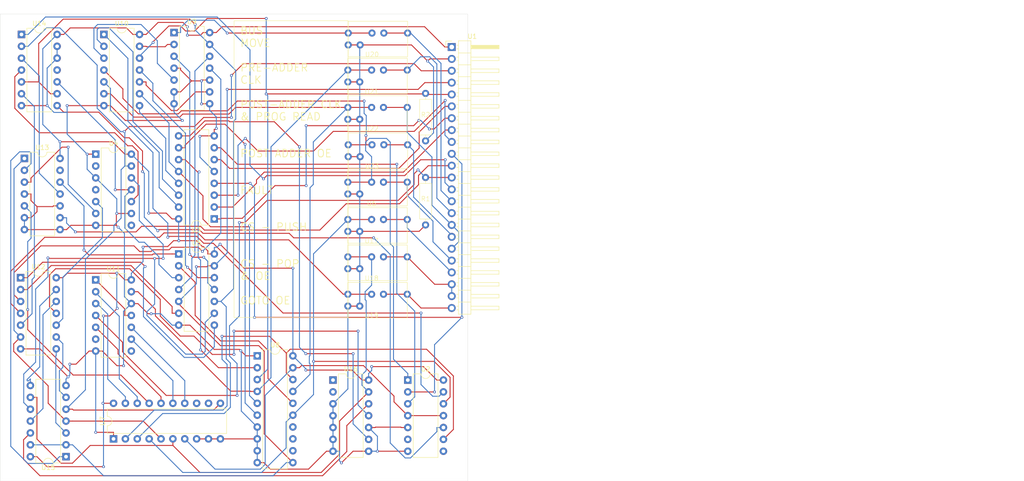
<source format=kicad_pcb>
(kicad_pcb (version 20240108) (generator "pcbnew") (generator_version "8.0")
  (layers (0 "F.Cu" signal) (31 "B.Cu" signal) (34 "B.Paste" user) (35 "F.Paste" user) (36 "B.SilkS" user "B.Silkscreen") (37 "F.SilkS" user "F.Silkscreen") (38 "B.Mask" user) (39 "F.Mask" user) (44 "Edge.Cuts" user))
  (net 0 "")
  (net 1 "Net-(U1-CALL_STACK-OE)")
  (net 2 "Net-(U1-INSTRUCTION-2)")
  (net 3 "Net-(U1-INSTRUCTION-1)")
  (net 4 "Net-(U1-BUS-0)")
  (net 5 "Net-(U1-V+)")
  (net 6 "Net-(U1-PROG_READ_DONE)")
  (net 7 "Net-(U1-POST_ADDER_LATCH_CLOCK)")
  (net 8 "Net-(U1-B_CLK)")
  (net 9 "Net-(U1-POST_ADDER_LATCH_OE)")
  (net 10 "Net-(U1-FAULT)")
  (net 11 "Net-(U1-INSTRUCTION-0)")
  (net 12 "Net-(U1-BUS_MOVE)")
  (net 13 "Net-(U1-A_CLK)")
  (net 14 "Net-(U1-BUS_MOVE_DONE)")
  (net 15 "Net-(U1-START)")
  (net 16 "Net-(U1-CALL_STACK-PUSH)")
  (net 17 "Net-(U1-INSTRUCTION-3)")
  (net 18 "Net-(U1-PRE_ADDER_LATCH_CLOCK)")
  (net 19 "Net-(U1-GOTO_LATCHES_OE)")
  (net 20 "Net-(U1-BUS_READ_GOTO-DECIDER)")
  (net 21 "Net-(U1-GND)")
  (net 22 "Net-(U2-OA)")
  (net 23 "Net-(U2-A2)")
  (net 25 "Net-(U2-A1)")
  (net 26 "Net-(U2-B0)")
  (net 27 "Net-(U10-1A)")
  (net 28 "Net-(U14-4Q)")
  (net 29 "Net-(U17-IN)")
  (net 31 "Net-(U10-0A)")
  (net 32 "Net-(U10-2B)")
  (net 33 "Net-(U10-2A)")
  (net 34 "Net-(U3-Y4)")
  (net 35 "Net-(U10-0B)")
  (net 36 "Net-(U16-1D)")
  (net 37 "Net-(U3-Y5)")
  (net 38 "Net-(U14-2A)")
  (net 39 "Net-(U13-0CLK)")
  (net 41 "Net-(U14-4A)")
  (net 43 "Net-(U15-4A)")
  (net 45 "Net-(U12-Q2)")
  (net 46 "Net-(U5-3Q)")
  (net 47 "Net-(U13-1Q3)")
  (net 48 "Net-(U5-1B)")
  (net 49 "Net-(U10-Q3)")
  (net 50 "Net-(U14-2B)")
  (net 51 "Net-(U12-0A)")
  (net 52 "Net-(U12-0B)")
  (net 53 "Net-(U5-2A)")
  (net 54 "Net-(U12-1B)")
  (net 56 "Net-(U11-B0)")
  (net 57 "Net-(U13-0D)")
  (net 58 "Net-(U11-A0)")
  (net 59 "Net-(U11-A1)")
  (net 60 "Net-(U11-A3)")
  (net 61 "Net-(U11-B1)")
  (net 63 "Net-(U15-4B)")
  (net 65 "Net-(U10-1B)")
  (net 68 "Net-(U11-OB)")
  (net 69 "Net-(U20-IN)")
  (net 70 "Net-(U10-3B)")
  (net 71 "Net-(U10-Q2)")
  (net 72 "Net-(U12-Q0)")
  (net 73 "Net-(U10-Q0)")
  (net 74 "Net-(U10-Q1)")
  (net 76 "Net-(U11-B2)")
  (net 78 "Net-(U12-3A)")
  (net 79 "Net-(U12-3B)")
  (net 80 "Net-(U12-Q3)")
  (net 81 "Net-(U12-2A)")
  (net 82 "Net-(U12-Q1)")
  (net 83 "Net-(U12-2B)")
  (net 84 "Net-(U12-1A)")
  (net 85 "Net-(U13-1CLK)")
  (net 86 "Net-(U13-0Q#)")
  (net 89 "Net-(U15-3B)")
  (footprint "Package_DIP:DIP-14_W7.62mm" (layer "F.Cu") (at 131.455 80.005)
    (property "Reference" "U4")
    (property "Value" "~")
  )
  (footprint "custom_footprint_library:jumper" (layer "F.Cu") (at 190.46 99.08)
    (property "Reference" "U17")
    (property "Value" "~")
  )
  (footprint "Package_DIP:DIP-20_W7.62mm" (layer "F.Cu") (at 166 123.19)
    (property "Reference" "U8")
    (property "Value" "~")
  )
  (footprint "custom_footprint_library:jumper" (layer "F.Cu") (at 190.46 107.08)
    (property "Reference" "U18")
    (property "Value" "~")
  )
  (footprint "Package_DIP:DIP-14_W7.62mm" (layer "F.Cu") (at 198.2 128.375)
    (property "Reference" "U2")
    (property "Value" "~")
  )
  (footprint "Package_DIP:DIP-14_W7.62mm" (layer "F.Cu") (at 115.57 54.375)
    (property "Reference" "U14")
    (property "Value" "~")
  )
  (footprint "custom_footprint_library:jumper" (layer "F.Cu") (at 190.46 91.08)
    (property "Reference" "U6")
    (property "Value" "~")
  )
  (footprint "Package_DIP:DIP-14_W7.62mm" (layer "F.Cu") (at 115.38 106.46)
    (property "Reference" "U12")
    (property "Value" "~")
  )
  (footprint "Package_DIP:DIP-16_W7.62mm" (layer "F.Cu") (at 156.8 93.875 180)
    (property "Reference" "U3")
    (property "Value" "~")
  )
  (footprint "Package_DIP:DIP-14_W7.62mm" (layer "F.Cu") (at 133.2 54.375)
    (property "Reference" "U10")
    (property "Value" "~")
  )
  (footprint "custom_footprint_library:jumper" (layer "F.Cu") (at 190.46 67.08)
    (property "Reference" "U21")
    (property "Value" "~")
  )
  (footprint "custom_footprint_library:jumper" (layer "F.Cu") (at 190.46 75.08)
    (property "Reference" "U22")
    (property "Value" "~")
  )
  (footprint "Package_DIP:DIP-14_W7.62mm" (layer "F.Cu") (at 148.2 53.975)
    (property "Reference" "U9")
    (property "Value" "~")
  )
  (footprint "custom_footprint_library:0.4_pitch_resistor" (layer "F.Cu") (at 202 72.08)
    (property "Reference" "R2")
    (property "Value" "10k")
  )
  (footprint "custom_footprint_library:jumper" (layer "F.Cu") (at 190.54 83.08)
    (property "Reference" "U23")
    (property "Value" "~")
  )
  (footprint "Package_DIP:DIP-14_W7.62mm" (layer "F.Cu") (at 149.2 101.375)
    (property "Reference" "U5")
    (property "Value" "~")
  )
  (footprint "Connector_PinHeader_2.54mm:PinHeader_1x23_P2.54mm_Horizontal" (layer "F.Cu") (at 207.595 57.07)
    (property "Reference" "U1")
    (property "Value" "~")
  )
  (footprint "custom_footprint_library:jumper" (layer "F.Cu") (at 190.54 59.16)
    (property "Reference" "U20")
    (property "Value" "~")
  )
  (footprint "custom_footprint_library:0.4_pitch_resistor" (layer "F.Cu") (at 202 90.08)
    (property "Reference" "R1")
    (property "Value" "10k")
  )
  (footprint "Package_DIP:DIP-20_W7.62mm" (layer "F.Cu") (at 135.255 140.97 90)
    (property "Reference" "U7")
    (property "Value" "~")
  )
  (footprint "custom_footprint_library:jumper" (layer "F.Cu") (at 190.46 115.08)
    (property "Reference" "U19")
    (property "Value" "~")
  )
  (footprint "Package_DIP:DIP-14_W7.62mm" (layer "F.Cu") (at 131.445 106.92)
    (property "Reference" "U11")
    (property "Value" "~")
  )
  (footprint "Package_DIP:DIP-14_W7.62mm" (layer "F.Cu") (at 116.2 80.92)
    (property "Reference" "U13")
    (property "Value" "~")
  )
  (footprint "Package_DIP:DIP-14_W7.62mm" (layer "F.Cu") (at 182.2 128.375)
    (property "Reference" "U16")
    (property "Value" "~")
  )
  (footprint "Package_DIP:DIP-14_W7.62mm" (layer "F.Cu") (at 125.095 144.78 180)
    (property "Reference" "U15")
    (property "Value" "~")
  )
  (gr_rect (start 111 50) (end 211 150) (stroke (width 0.05)) (fill none) (layer "Edge.Cuts"))
  (gr_text_box "BUS\nMOVE\n\nPRE-ADDER\nCLK\n\nPOST-ADDER CLK\n& PROG READ\n\n\nPOST ADDER OE\n\n\nFAULT\n\n\nCS - PUSH\n\n\nCS - POP\n& OE\n\nGOTO OE" (start 185.42 114.975) (end 161.04 51.435) (layer "F.SilkS") (effects (font (size 1.63 1.63) (thickness 0.163)) (justify left top)) (border yes) (stroke (width 0.1)))
  (segment (start 203.95 107.87) (end 198.08 102) (width 0.2) (layer "F.Cu") (net 1))
  (segment (start 207.595 107.87) (end 203.95 107.87) (width 0.2) (layer "F.Cu") (net 1))
  (segment (start 198.08 102) (end 193 102) (width 0.2) (layer "F.Cu") (net 1))
  (segment (start 207.595 110.41) (end 207.595 107.87) (width 0.2) (layer "B.Cu") (net 1))
  (segment (start 182.2586 75.1311) (end 178.052 79.3377) (width 0.2) (layer "F.Cu") (net 2))
  (segment (start 178.052 79.3377) (end 166.1454 79.3377) (width 0.2) (layer "F.Cu") (net 2))
  (segment (start 166.1454 79.3377) (end 163.4454 76.6377) (width 0.2) (layer "F.Cu") (net 2))
  (segment (start 156.8 88.795) (end 158.2017 88.795) (width 0.2) (layer "F.Cu") (net 2))
  (segment (start 158.2017 88.795) (end 161.886 88.795) (width 0.2) (layer "F.Cu") (net 2))
  (segment (start 206.1992 68.5) (end 199.5681 75.1311) (width 0.2) (layer "F.Cu") (net 2))
  (segment (start 199.5681 75.1311) (end 182.2586 75.1311) (width 0.2) (layer "F.Cu") (net 2))
  (via (at 161.886 88.795) (size 0.6) (drill 0.3) (layers "F.Cu" "B.Cu") (net 2))
  (via (at 163.4454 76.6377) (size 0.6) (drill 0.3) (layers "F.Cu" "B.Cu") (net 2))
  (via (at 206.1992 68.5) (size 0.6) (drill 0.3) (layers "F.Cu" "B.Cu") (net 2))
  (segment (start 206.1433 68.5559) (end 206.1992 68.5) (width 0.2) (layer "B.Cu") (net 2))
  (segment (start 161.886 88.795) (end 161.886 78.1215) (width 0.2) (layer "B.Cu") (net 2))
  (segment (start 163.3698 76.6377) (end 163.4454 76.6377) (width 0.2) (layer "B.Cu") (net 2))
  (segment (start 161.886 78.1215) (end 163.3698 76.6377) (width 0.2) (layer "B.Cu") (net 2))
  (segment (start 206.1433 75.9383) (end 206.1433 68.5559) (width 0.2) (layer "B.Cu") (net 2))
  (segment (start 207.595 77.39) (end 206.1433 75.9383) (width 0.2) (layer "B.Cu") (net 2))
  (segment (start 207.595 74.85) (end 206.1433 74.85) (width 0.2) (layer "F.Cu") (net 3))
  (segment (start 167.4954 83.8519) (end 165.8382 85.5091) (width 0.2) (layer "F.Cu") (net 3))
  (segment (start 206.1433 74.85) (end 206.1433 74.9843) (width 0.2) (layer "F.Cu") (net 3))
  (segment (start 160.7417 91.335) (end 156.8 91.335) (width 0.2) (layer "F.Cu") (net 3))
  (segment (start 165.8382 85.5091) (end 165.8382 86.2385) (width 0.2) (layer "F.Cu") (net 3))
  (segment (start 197.2757 83.8519) (end 167.4954 83.8519) (width 0.2) (layer "F.Cu") (net 3))
  (segment (start 206.1433 74.9843) (end 197.2757 83.8519) (width 0.2) (layer "F.Cu") (net 3))
  (segment (start 165.8382 86.2385) (end 160.7417 91.335) (width 0.2) (layer "F.Cu") (net 3))
  (segment (start 141.2648 95.4554) (end 153.8863 95.4554) (width 0.2) (layer "F.Cu") (net 4))
  (segment (start 200.4969 86.5577) (end 200.4969 84.5607) (width 0.2) (layer "F.Cu") (net 4))
  (segment (start 185.01 90.6294) (end 196.4252 90.6294) (width 0.2) (layer "F.Cu") (net 4))
  (segment (start 179.3786 96.2608) (end 185.01 90.6294) (width 0.2) (layer "F.Cu") (net 4))
  (segment (start 202.5876 82.47) (end 207.595 82.47) (width 0.2) (layer "F.Cu") (net 4))
  (segment (start 127.1091 96.6561) (end 140.0641 96.6561) (width 0.2) (layer "F.Cu") (net 4))
  (segment (start 140.0641 96.6561) (end 141.2648 95.4554) (width 0.2) (layer "F.Cu") (net 4))
  (segment (start 196.4252 90.6294) (end 200.4969 86.5577) (width 0.2) (layer "F.Cu") (net 4))
  (segment (start 153.8863 95.4554) (end 154.6917 96.2608) (width 0.2) (layer "F.Cu") (net 4))
  (segment (start 154.6917 96.2608) (end 179.3786 96.2608) (width 0.2) (layer "F.Cu") (net 4))
  (segment (start 200.4969 84.5607) (end 202.5876 82.47) (width 0.2) (layer "F.Cu") (net 4))
  (via (at 127.1091 96.6561) (size 0.6) (drill 0.3) (layers "F.Cu" "B.Cu") (net 4))
  (segment (start 125.2217 94.7687) (end 127.1091 96.6561) (width 0.2) (layer "B.Cu") (net 4))
  (segment (start 125.2217 93.62) (end 125.2217 94.7687) (width 0.2) (layer "B.Cu") (net 4))
  (segment (start 123.82 93.62) (end 125.2217 93.62) (width 0.2) (layer "B.Cu") (net 4))
  (segment (start 136.2391 105.4958) (end 137.6633 106.92) (width 0.2) (layer "F.Cu") (net 5))
  (segment (start 117.475 144.78) (end 118.8767 144.78) (width 0.2) (layer "F.Cu") (net 5))
  (segment (start 149.2171 98.5294) (end 152.9911 98.5294) (width 0.2) (layer "F.Cu") (net 5))
  (segment (start 123.82 77.3479) (end 135.0162 77.3479) (width 0.2) (layer "F.Cu") (net 5))
  (segment (start 189.82 128.375) (end 188.4183 128.375) (width 0.2) (layer "F.Cu") (net 5))
  (segment (start 173.62 104.4187) (end 163.1865 104.4187) (width 0.2) (layer "F.Cu") (net 5))
  (segment (start 153.8513 54.542) (end 151.0549 54.542) (width 0.2) (layer "F.Cu") (net 5))
  (segment (start 146.5348 92.6315) (end 142.7857 92.6315) (width 0.2) (layer "F.Cu") (net 5))
  (segment (start 144.7982 51.7985) (end 150.1149 51.7985) (width 0.2) (layer "F.Cu") (net 5))
  (segment (start 204.4183 128.375) (end 201.5426 125.4993) (width 0.2) (layer "F.Cu") (net 5))
  (segment (start 148.1074 98.5294) (end 149.2171 98.5294) (width 0.2) (layer "F.Cu") (net 5))
  (segment (start 139.065 106.92) (end 137.6633 106.92) (width 0.2) (layer "F.Cu") (net 5))
  (segment (start 140.82 54.375) (end 142.2217 54.375) (width 0.2) (layer "F.Cu") (net 5))
  (segment (start 150.1149 51.7985) (end 151.0549 52.7385) (width 0.2) (layer "F.Cu") (net 5))
  (segment (start 141.5711 99.9281) (end 141.7151 99.7841) (width 0.2) (layer "F.Cu") (net 5))
  (segment (start 201.5426 125.4993) (end 190.4713 125.4993) (width 0.2) (layer "F.Cu") (net 5))
  (segment (start 125.3659 105.4958) (end 135.9504 105.4958) (width 0.2) (layer "F.Cu") (net 5))
  (segment (start 142.2217 54.375) (end 144.7982 51.7985) (width 0.2) (layer "F.Cu") (net 5))
  (segment (start 155.82 53.975) (end 157.2217 53.975) (width 0.2) (layer "F.Cu") (net 5))
  (segment (start 154.4183 53.975) (end 153.8513 54.542) (width 0.2) (layer "F.Cu") (net 5))
  (segment (start 207.595 57.07) (end 206.1433 57.07) (width 0.2) (layer "F.Cu") (net 5))
  (segment (start 135.0162 77.3479) (end 137.6733 80.005) (width 0.2) (layer "F.Cu") (net 5))
  (segment (start 123 106.46) (end 124.4017 106.46) (width 0.2) (layer "F.Cu") (net 5))
  (segment (start 155.82 53.975) (end 154.4183 53.975) (width 0.2) (layer "F.Cu") (net 5))
  (segment (start 163.1865 104.4187) (end 158.055 99.2872) (width 0.2) (layer "F.Cu") (net 5))
  (segment (start 149.18 93.875) (end 147.7783 93.875) (width 0.2) (layer "F.Cu") (net 5))
  (segment (start 121.0222 146.9255) (end 133.1166 146.9255) (width 0.2) (layer "F.Cu") (net 5))
  (segment (start 135.255 133.35) (end 133 133.35) (width 0.2) (layer "F.Cu") (net 5))
  (segment (start 141.7151 99.7841) (end 146.8527 99.7841) (width 0.2) (layer "F.Cu") (net 5))
  (segment (start 205.82 128.375) (end 204.4183 128.375) (width 0.2) (layer "F.Cu") (net 5))
  (segment (start 156.82 101.375) (end 155.4183 101.375) (width 0.2) (layer "F.Cu") (net 5))
  (segment (start 139.075 80.005) (end 137.6733 80.005) (width 0.2) (layer "F.Cu") (net 5))
  (segment (start 135.9504 105.4958) (end 136.2391 105.4958) (width 0.2) (layer "F.Cu") (net 5))
  (segment (start 158.4804 52.7163) (end 157.2217 53.975) (width 0.2) (layer "F.Cu") (net 5))
  (segment (start 155.4183 100.7137) (end 155.4183 101.375) (width 0.2) (layer "F.Cu") (net 5))
  (segment (start 125.9934 52.9733) (end 138.0166 52.9733) (width 0.2) (layer "F.Cu") (net 5))
  (segment (start 154.2505 99.7888) (end 154.4934 99.7888) (width 0.2) (layer "F.Cu") (net 5))
  (segment (start 146.8527 99.7841) (end 148.1074 98.5294) (width 0.2) (layer "F.Cu") (net 5))
  (segment (start 154.4934 99.7888) (end 155.4183 100.7137) (width 0.2) (layer "F.Cu") (net 5))
  (segment (start 118.8767 144.78) (end 121.0222 146.9255) (width 0.2) (layer "F.Cu") (net 5))
  (segment (start 123.19 54.375) (end 124.5917 54.375) (width 0.2) (layer "F.Cu") (net 5))
  (segment (start 206.1433 57.07) (end 201.7896 52.7163) (width 0.2) (layer "F.Cu") (net 5))
  (segment (start 152.9911 98.5294) (end 154.2505 99.7888) (width 0.2) (layer "F.Cu") (net 5))
  (segment (start 138.0166 52.9733) (end 139.4183 54.375) (width 0.2) (layer "F.Cu") (net 5))
  (segment (start 147.7783 93.875) (end 146.5348 92.6315) (width 0.2) (layer "F.Cu") (net 5))
  (segment (start 201.7896 52.7163) (end 158.4804 52.7163) (width 0.2) (layer "F.Cu") (net 5))
  (segment (start 140.82 54.375) (end 139.4183 54.375) (width 0.2) (layer "F.Cu") (net 5))
  (segment (start 124.5917 54.375) (end 125.9934 52.9733) (width 0.2) (layer "F.Cu") (net 5))
  (segment (start 134.4294 114.6462) (end 133.1122 114.6462) (width 0.2) (layer "F.Cu") (net 5))
  (segment (start 136.0578 113.0178) (end 134.4294 114.6462) (width 0.2) (layer "F.Cu") (net 5))
  (segment (start 188.4183 128.375) (end 186.2742 126.2309) (width 0.2) (layer "F.Cu") (net 5))
  (segment (start 186.2742 126.2309) (end 176.396 126.2309) (width 0.2) (layer "F.Cu") (net 5))
  (segment (start 124.4017 106.46) (end 125.3659 105.4958) (width 0.2) (layer "F.Cu") (net 5))
  (via (at 133.1166 146.9255) (size 0.6) (drill 0.3) (layers "F.Cu" "B.Cu") (net 5))
  (via (at 133.1122 114.6462) (size 0.6) (drill 0.3) (layers "F.Cu" "B.Cu") (net 5))
  (via (at 151.0549 52.7385) (size 0.6) (drill 0.3) (layers "F.Cu" "B.Cu") (net 5))
  (via (at 158.055 99.2872) (size 0.6) (drill 0.3) (layers "F.Cu" "B.Cu") (net 5))
  (via (at 149.2171 98.5294) (size 0.6) (drill 0.3) (layers "F.Cu" "B.Cu") (net 5))
  (via (at 123.82 77.3479) (size 0.6) (drill 0.3) (layers "F.Cu" "B.Cu") (net 5))
  (via (at 135.9504 105.4958) (size 0.6) (drill 0.3) (layers "F.Cu" "B.Cu") (net 5))
  (via (at 141.5711 99.9281) (size 0.6) (drill 0.3) (layers "F.Cu" "B.Cu") (net 5))
  (via (at 176.396 126.2309) (size 0.6) (drill 0.3) (layers "F.Cu" "B.Cu") (net 5))
  (via (at 190.4713 125.4993) (size 0.6) (drill 0.3) (layers "F.Cu" "B.Cu") (net 5))
  (via (at 173.62 104.4187) (size 0.6) (drill 0.3) (layers "F.Cu" "B.Cu") (net 5))
  (via (at 142.7857 92.6315) (size 0.6) (drill 0.3) (layers "F.Cu" "B.Cu") (net 5))
  (via (at 133 133.35) (size 0.6) (drill 0.3) (layers "F.Cu" "B.Cu") (net 5))
  (via (at 151.0549 54.542) (size 0.6) (drill 0.3) (layers "F.Cu" "B.Cu") (net 5))
  (via (at 136.0578 113.0178) (size 0.6) (drill 0.3) (layers "F.Cu" "B.Cu") (net 5))
  (segment (start 190.4713 126.322) (end 190.4713 125.4993) (width 0.2) (layer "B.Cu") (net 5))
  (segment (start 141.5711 103.0122) (end 141.5711 99.9281) (width 0.2) (layer "B.Cu") (net 5))
  (segment (start 123.82 80.92) (end 123.82 77.3479) (width 0.2) (layer "B.Cu") (net 5))
  (segment (start 120.1229 73.6508) (end 123.82 77.3479) (width 0.2) (layer "B.Cu") (net 5))
  (segment (start 139.075 80.005) (end 142.7857 83.7157) (width 0.2) (layer "B.Cu") (net 5))
  (segment (start 120.1229 57.4421) (end 120.1229 73.6508) (width 0.2) (layer "B.Cu") (net 5))
  (segment (start 139.065 105.5183) (end 141.5711 103.0122) (width 0.2) (layer "B.Cu") (net 5))
  (segment (start 157.3689 99.9733) (end 158.055 99.2872) (width 0.2) (layer "B.Cu") (net 5))
  (segment (start 139.065 106.92) (end 139.065 105.5183) (width 0.2) (layer "B.Cu") (net 5))
  (segment (start 123.19 54.375) (end 120.1229 57.4421) (width 0.2) (layer "B.Cu") (net 5))
  (segment (start 173.62 123.19) (end 176.396 125.966) (width 0.2) (layer "B.Cu") (net 5))
  (segment (start 156.82 101.375) (end 156.82 99.9733) (width 0.2) (layer "B.Cu") (net 5))
  (segment (start 149.18 93.875) (end 149.18 98.4923) (width 0.2) (layer "B.Cu") (net 5))
  (segment (start 189.82 128.375) (end 189.82 126.9733) (width 0.2) (layer "B.Cu") (net 5))
  (segment (start 133 133.35) (end 133.1166 133.4666) (width 0.2) (layer "B.Cu") (net 5))
  (segment (start 136.0578 113.0178) (end 135.9504 112.9104) (width 0.2) (layer "B.Cu") (net 5))
  (segment (start 149.18 98.4923) (end 149.2171 98.5294) (width 0.2) (layer "B.Cu") (net 5))
  (segment (start 156.82 99.9733) (end 157.3689 99.9733) (width 0.2) (layer "B.Cu") (net 5))
  (segment (start 133.1166 133.4666) (end 133.1166 146.9255) (width 0.2) (layer "B.Cu") (net 5))
  (segment (start 151.0549 52.7385) (end 151.0549 54.542) (width 0.2) (layer "B.Cu") (net 5))
  (segment (start 176.396 125.966) (end 176.396 126.2309) (width 0.2) (layer "B.Cu") (net 5))
  (segment (start 133.1122 133.2378) (end 133 133.35) (width 0.2) (layer "B.Cu") (net 5))
  (segment (start 173.62 123.19) (end 173.62 104.4187) (width 0.2) (layer "B.Cu") (net 5))
  (segment (start 133.1122 114.6462) (end 133.1122 133.2378) (width 0.2) (layer "B.Cu") (net 5))
  (segment (start 135.9504 112.9104) (end 135.9504 105.4958) (width 0.2) (layer "B.Cu") (net 5))
  (segment (start 142.7857 83.7157) (end 142.7857 92.6315) (width 0.2) (layer "B.Cu") (net 5))
  (segment (start 189.82 126.9733) (end 190.4713 126.322) (width 0.2) (layer "B.Cu") (net 5))
  (segment (start 196.2735 83.065) (end 200.6363 78.7022) (width 0.2) (layer "F.Cu") (net 6))
  (segment (start 160.0917 83.065) (end 196.2735 83.065) (width 0.2) (layer "F.Cu") (net 6))
  (segment (start 156.8 81.175) (end 158.2017 81.175) (width 0.2) (layer "F.Cu") (net 6))
  (segment (start 207.595 69.77) (end 206.1433 69.77) (width 0.2) (layer "F.Cu") (net 6))
  (segment (start 158.2017 81.175) (end 160.0917 83.065) (width 0.2) (layer "F.Cu") (net 6))
  (segment (start 200.6363 75.277) (end 206.1433 69.77) (width 0.2) (layer "F.Cu") (net 6))
  (segment (start 200.6363 78.7022) (end 200.6363 75.277) (width 0.2) (layer "F.Cu") (net 6))
  (segment (start 198.08 70) (end 193 70) (width 0.2) (layer "F.Cu") (net 7))
  (segment (start 203.364 80.6325) (end 203.364 90.939) (width 0.2) (layer "B.Cu") (net 7))
  (segment (start 209.0648 98.7802) (end 209.0648 96.6398) (width 0.2) (layer "B.Cu") (net 7))
  (segment (start 198.08 75.3485) (end 203.364 80.6325) (width 0.2) (layer "B.Cu") (net 7))
  (segment (start 207.595 100.25) (end 209.0648 98.7802) (width 0.2) (layer "B.Cu") (net 7))
  (segment (start 203.364 90.939) (end 207.595 95.17) (width 0.2) (layer "B.Cu") (net 7))
  (segment (start 198.08 70) (end 198.08 75.3485) (width 0.2) (layer "B.Cu") (net 7))
  (segment (start 209.0648 96.6398) (end 207.595 95.17) (width 0.2) (layer "B.Cu") (net 7))
  (segment (start 155.4183 103.915) (end 155.2136 104.1197) (width 0.2) (layer "F.Cu") (net 8))
  (segment (start 207.595 64.69) (end 201.85 64.69) (width 0.2) (layer "F.Cu") (net 8))
  (segment (start 167.4893 122.1914) (end 166.3082 121.0103) (width 0.2) (layer "F.Cu") (net 8))
  (segment (start 156.82 103.915) (end 155.4183 103.915) (width 0.2) (layer "F.Cu") (net 8))
  (segment (start 149.2 112.0716) (end 149.2 111.535) (width 0.2) (layer "F.Cu") (net 8))
  (segment (start 166.3082 121.0103) (end 158.1387 121.0103) (width 0.2) (layer "F.Cu") (net 8))
  (segment (start 158.1387 121.0103) (end 149.2 112.0716) (width 0.2) (layer "F.Cu") (net 8))
  (segment (start 155.2136 104.1197) (end 152.9773 104.1197) (width 0.2) (layer "F.Cu") (net 8))
  (segment (start 201.85 64.69) (end 200.4016 66.1384) (width 0.2) (layer "F.Cu") (net 8))
  (segment (start 200.4016 66.1384) (end 159.5718 66.1384) (width 0.2) (layer "F.Cu") (net 8))
  (segment (start 167.4893 139.9193) (end 167.4893 122.1914) (width 0.2) (layer "F.Cu") (net 8))
  (segment (start 173.62 146.05) (end 167.4893 139.9193) (width 0.2) (layer "F.Cu") (net 8))
  (via (at 159.5718 66.1384) (size 0.6) (drill 0.3) (layers "F.Cu" "B.Cu") (net 8))
  (via (at 152.9773 104.1197) (size 0.6) (drill 0.3) (layers "F.Cu" "B.Cu") (net 8))
  (segment (start 152.9773 104.1197) (end 152.9773 107.7577) (width 0.2) (layer "B.Cu") (net 8))
  (segment (start 125.095 142.24) (end 126.4967 142.24) (width 0.2) (layer "B.Cu") (net 8))
  (segment (start 117.475 142.24) (end 125.095 142.24) (width 0.2) (layer "B.Cu") (net 8))
  (segment (start 169.4072 148.8611) (end 172.2183 146.05) (width 0.2) (layer "B.Cu") (net 8))
  (segment (start 159.5718 101.1632) (end 159.5718 66.1384) (width 0.2) (layer "B.Cu") (net 8))
  (segment (start 156.82 103.915) (end 159.5718 101.1632) (width 0.2) (layer "B.Cu") (net 8))
  (segment (start 152.9773 107.7577) (end 149.2 111.535) (width 0.2) (layer "B.Cu") (net 8))
  (segment (start 133.1178 148.8611) (end 169.4072 148.8611) (width 0.2) (layer "B.Cu") (net 8))
  (segment (start 126.4967 142.24) (end 133.1178 148.8611) (width 0.2) (layer "B.Cu") (net 8))
  (segment (start 173.62 146.05) (end 172.2183 146.05) (width 0.2) (layer "B.Cu") (net 8))
  (segment (start 198.16 78) (end 193.08 78) (width 0.2) (layer "F.Cu") (net 9))
  (segment (start 199.4437 89.2189) (end 207.595 97.3702) (width 0.2) (layer "B.Cu") (net 9))
  (segment (start 207.595 97.3702) (end 207.595 97.71) (width 0.2) (layer "B.Cu") (net 9))
  (segment (start 198.16 78) (end 199.4437 79.2837) (width 0.2) (layer "B.Cu") (net 9))
  (segment (start 199.4437 79.2837) (end 199.4437 89.2189) (width 0.2) (layer "B.Cu") (net 9))
  (segment (start 198.08 86) (end 193 86) (width 0.2) (layer "F.Cu") (net 10))
  (segment (start 203.5803 94.3478) (end 203.5803 98.7753) (width 0.2) (layer "B.Cu") (net 10))
  (segment (start 203.5803 98.7753) (end 207.595 102.79) (width 0.2) (layer "B.Cu") (net 10))
  (segment (start 198.08 88.8475) (end 203.5803 94.3478) (width 0.2) (layer "B.Cu") (net 10))
  (segment (start 198.08 86) (end 198.08 88.8475) (width 0.2) (layer "B.Cu") (net 10))
  (segment (start 169.7979 86.7373) (end 162.7795 93.7557) (width 0.2) (layer "F.Cu") (net 11))
  (segment (start 206.1433 72.31) (end 203.8326 74.6207) (width 0.2) (layer "F.Cu") (net 11))
  (segment (start 158.321 93.7557) (end 158.2017 93.875) (width 0.2) (layer "F.Cu") (net 11))
  (segment (start 203.8326 74.6207) (end 202.8068 74.6207) (width 0.2) (layer "F.Cu") (net 11))
  (segment (start 176.4627 86.7373) (end 169.7979 86.7373) (width 0.2) (layer "F.Cu") (net 11))
  (segment (start 199.4635 73.9037) (end 200.5812 72.786) (width 0.2) (layer "F.Cu") (net 11))
  (segment (start 207.595 72.31) (end 206.1433 72.31) (width 0.2) (layer "F.Cu") (net 11))
  (segment (start 162.7795 93.7557) (end 158.321 93.7557) (width 0.2) (layer "F.Cu") (net 11))
  (segment (start 176.4627 73.9037) (end 199.4635 73.9037) (width 0.2) (layer "F.Cu") (net 11))
  (segment (start 156.8 93.875) (end 158.2017 93.875) (width 0.2) (layer "F.Cu") (net 11))
  (via (at 200.5812 72.786) (size 0.6) (drill 0.3) (layers "F.Cu" "B.Cu") (net 11))
  (via (at 176.4627 73.9037) (size 0.6) (drill 0.3) (layers "F.Cu" "B.Cu") (net 11))
  (via (at 202.8068 74.6207) (size 0.6) (drill 0.3) (layers "F.Cu" "B.Cu") (net 11))
  (via (at 176.4627 86.7373) (size 0.6) (drill 0.3) (layers "F.Cu" "B.Cu") (net 11))
  (segment (start 202.8068 74.6207) (end 200.9721 72.786) (width 0.2) (layer "B.Cu") (net 11))
  (segment (start 200.9721 72.786) (end 200.5812 72.786) (width 0.2) (layer "B.Cu") (net 11))
  (segment (start 176.4627 86.7373) (end 176.4627 73.9037) (width 0.2) (layer "B.Cu") (net 11))
  (segment (start 198.16 54.08) (end 193.08 54.08) (width 0.2) (layer "F.Cu") (net 12))
  (segment (start 198.16 54.08) (end 198.8036 54.08) (width 0.2) (layer "B.Cu") (net 12))
  (segment (start 205.2975 87.7925) (end 207.595 90.09) (width 0.2) (layer "B.Cu") (net 12))
  (segment (start 205.2975 60.5739) (end 205.2975 87.7925) (width 0.2) (layer "B.Cu") (net 12))
  (segment (start 198.8036 54.08) (end 205.2975 60.5739) (width 0.2) (layer "B.Cu") (net 12))
  (segment (start 125.095 134.62) (end 126.4967 134.62) (width 0.2) (layer "F.Cu") (net 13))
  (segment (start 154.5208 72.1559) (end 160.4735 72.1559) (width 0.2) (layer "F.Cu") (net 13))
  (segment (start 199.5428 60.6275) (end 163.0065 60.6275) (width 0.2) (layer "F.Cu") (net 13))
  (segment (start 137.5575 75.1773) (end 138.6387 74.0961) (width 0.2) (layer "F.Cu") (net 13))
  (segment (start 126.6717 134.795) (end 156.67 134.795) (width 0.2) (layer "F.Cu") (net 13))
  (segment (start 156.67 134.795) (end 158.115 133.35) (width 0.2) (layer "F.Cu") (net 13))
  (segment (start 138.6387 74.0961) (end 152.5806 74.0961) (width 0.2) (layer "F.Cu") (net 13))
  (segment (start 207.595 62.15) (end 201.0653 62.15) (width 0.2) (layer "F.Cu") (net 13))
  (segment (start 201.0653 62.15) (end 199.5428 60.6275) (width 0.2) (layer "F.Cu") (net 13))
  (segment (start 152.5806 74.0961) (end 154.5208 72.1559) (width 0.2) (layer "F.Cu") (net 13))
  (segment (start 163.0065 60.6275) (end 160.4735 63.1605) (width 0.2) (layer "F.Cu") (net 13))
  (segment (start 126.4967 134.62) (end 126.6717 134.795) (width 0.2) (layer "F.Cu") (net 13))
  (via (at 137.5575 75.1773) (size 0.6) (drill 0.3) (layers "F.Cu" "B.Cu") (net 13))
  (via (at 160.4735 72.1559) (size 0.6) (drill 0.3) (layers "F.Cu" "B.Cu") (net 13))
  (via (at 160.4735 63.1605) (size 0.6) (drill 0.3) (layers "F.Cu" "B.Cu") (net 13))
  (segment (start 136.8825 83.3358) (end 136.8825 93.7076) (width 0.2) (layer "B.Cu") (net 13))
  (segment (start 139.075 82.545) (end 137.6733 82.545) (width 0.2) (layer "B.Cu") (net 13))
  (segment (start 137.5575 75.1773) (end 136.7499 75.1773) (width 0.2) (layer "B.Cu") (net 13))
  (segment (start 136.7499 75.1773) (end 131.7604 70.1878) (width 0.2) (layer "B.Cu") (net 13))
  (segment (start 136.8825 93.7076) (end 135.3408 95.2493) (width 0.2) (layer "B.Cu") (net 13))
  (segment (start 160.4735 72.1559) (end 160.4735 63.1605) (width 0.2) (layer "B.Cu") (net 13))
  (segment (start 123.7709 52.9635) (end 120.9232 52.9635) (width 0.2) (layer "B.Cu") (net 13))
  (segment (start 137.6733 82.545) (end 137.6733 75.2931) (width 0.2) (layer "B.Cu") (net 13))
  (segment (start 137.6733 82.545) (end 136.8825 83.3358) (width 0.2) (layer "B.Cu") (net 13))
  (segment (start 115.57 56.915) (end 116.9717 56.915) (width 0.2) (layer "B.Cu") (net 13))
  (segment (start 135.3408 96.4292) (end 129.2466 102.5234) (width 0.2) (layer "B.Cu") (net 13))
  (segment (start 137.6733 75.2931) (end 137.5575 75.1773) (width 0.2) (layer "B.Cu") (net 13))
  (segment (start 135.3408 95.2493) (end 135.3408 96.4292) (width 0.2) (layer "B.Cu") (net 13))
  (segment (start 129.2466 130.4684) (end 125.095 134.62) (width 0.2) (layer "B.Cu") (net 13))
  (segment (start 131.7604 70.1878) (end 131.7604 60.953) (width 0.2) (layer "B.Cu") (net 13))
  (segment (start 129.2466 102.5234) (end 129.2466 130.4684) (width 0.2) (layer "B.Cu") (net 13))
  (segment (start 131.7604 60.953) (end 123.7709 52.9635) (width 0.2) (layer "B.Cu") (net 13))
  (segment (start 120.9232 52.9635) (end 116.9717 56.915) (width 0.2) (layer "B.Cu") (net 13))
  (segment (start 152.6021 53.6402) (end 155.2844 50.9579) (width 0.2) (layer "F.Cu") (net 14))
  (segment (start 207.595 67.23) (end 202.115 67.23) (width 0.2) (layer "F.Cu") (net 14))
  (segment (start 202 67.115) (end 202 67) (width 0.2) (layer "F.Cu") (net 14))
  (segment (start 155.2844 50.9579) (end 155.2844 50.9578) (width 0.2) (layer "F.Cu") (net 14))
  (segment (start 150.6815 53.6402) (end 152.6021 53.6402) (width 0.2) (layer "F.Cu") (net 14))
  (segment (start 202.115 67.23) (end 202 67.115) (width 0.2) (layer "F.Cu") (net 14))
  (segment (start 202 67.115) (end 167.9218 67.115) (width 0.2) (layer "F.Cu") (net 14))
  (segment (start 143.7291 55.921) (end 147.093 52.5571) (width 0.2) (layer "F.Cu") (net 14))
  (segment (start 147.093 52.5571) (end 149.5984 52.5571) (width 0.2) (layer "F.Cu") (net 14))
  (segment (start 143.7291 56.1039) (end 143.7291 55.921) (width 0.2) (layer "F.Cu") (net 14))
  (segment (start 155.2844 50.9578) (end 167.9218 50.9578) (width 0.2) (layer "F.Cu") (net 14))
  (segment (start 149.5984 52.5571) (end 150.6815 53.6402) (width 0.2) (layer "F.Cu") (net 14))
  (via (at 143.7291 56.1039) (size 0.6) (drill 0.3) (layers "F.Cu" "B.Cu") (net 14))
  (via (at 167.9218 67.115) (size 0.6) (drill 0.3) (layers "F.Cu" "B.Cu") (net 14))
  (via (at 167.9218 50.9578) (size 0.6) (drill 0.3) (layers "F.Cu" "B.Cu") (net 14))
  (segment (start 143.7291 56.1039) (end 140.82 59.013) (width 0.2) (layer "B.Cu") (net 14))
  (segment (start 168.236 67.4292) (end 167.9218 67.115) (width 0.2) (layer "B.Cu") (net 14))
  (segment (start 140.82 59.013) (end 140.82 59.455) (width 0.2) (layer "B.Cu") (net 14))
  (segment (start 166 128.27) (end 168.236 126.034) (width 0.2) (layer "B.Cu") (net 14))
  (segment (start 168.236 126.034) (end 168.236 67.4292) (width 0.2) (layer "B.Cu") (net 14))
  (segment (start 167.9218 67.115) (end 167.9218 50.9578) (width 0.2) (layer "B.Cu") (net 14))
  (segment (start 199.5478 86.5145) (end 199.5478 84.2192) (width 0.2) (layer "F.Cu") (net 15))
  (segment (start 162.1704 94.6574) (end 163.3588 94.6574) (width 0.2) (layer "F.Cu") (net 15))
  (segment (start 146.5237 131.6637) (end 137.1776 122.3176) (width 0.2) (layer "F.Cu") (net 15))
  (segment (start 137.1776 122.3176) (end 137.1776 120.2726) (width 0.2) (layer "F.Cu") (net 15))
  (segment (start 206.1333 85) (end 202 85) (width 0.2) (layer "F.Cu") (net 15))
  (segment (start 163.3588 94.6574) (end 168.1113 89.9049) (width 0.2) (layer "F.Cu") (net 15))
  (segment (start 196.1574 89.9049) (end 199.5478 86.5145) (width 0.2) (layer "F.Cu") (net 15))
  (segment (start 161.6875 131.6637) (end 146.5237 131.6637) (width 0.2) (layer "F.Cu") (net 15))
  (segment (start 199.5478 84.2192) (end 200.3835 83.3835) (width 0.2) (layer "F.Cu") (net 15))
  (segment (start 207.595 85.01) (end 206.1433 85.01) (width 0.2) (layer "F.Cu") (net 15))
  (segment (start 168.1113 89.9049) (end 196.1574 89.9049) (width 0.2) (layer "F.Cu") (net 15))
  (segment (start 206.1433 85.01) (end 206.1333 85) (width 0.2) (layer "F.Cu") (net 15))
  (segment (start 137.1776 120.2726) (end 131.445 114.54) (width 0.2) (layer "F.Cu") (net 15))
  (via (at 162.1704 94.6574) (size 0.6) (drill 0.3) (layers "F.Cu" "B.Cu") (net 15))
  (via (at 161.6875 131.6637) (size 0.6) (drill 0.3) (layers "F.Cu" "B.Cu") (net 15))
  (via (at 200.3835 83.3835) (size 0.6) (drill 0.3) (layers "F.Cu" "B.Cu") (net 15))
  (segment (start 160.0723 116.7491) (end 160.0723 123.2408) (width 0.2) (layer "B.Cu") (net 15))
  (segment (start 160.0723 123.2408) (end 161.6875 124.856) (width 0.2) (layer "B.Cu") (net 15))
  (segment (start 202 85) (end 200.3835 83.3835) (width 0.2) (layer "B.Cu") (net 15))
  (segment (start 162.1704 94.6574) (end 162.1704 114.651) (width 0.2) (layer "B.Cu") (net 15))
  (segment (start 162.1704 114.651) (end 160.0723 116.7491) (width 0.2) (layer "B.Cu") (net 15))
  (segment (start 161.6875 124.856) (end 161.6875 131.6637) (width 0.2) (layer "B.Cu") (net 15))
  (segment (start 198.08 94) (end 193 94) (width 0.2) (layer "F.Cu") (net 16))
  (segment (start 198.08 95.815) (end 198.08 94) (width 0.2) (layer "B.Cu") (net 16))
  (segment (start 207.595 105.33) (end 198.08 95.815) (width 0.2) (layer "B.Cu") (net 16))
  (segment (start 165.4102 114.9528) (end 209.7665 114.9528) (width 0.2) (layer "F.Cu") (net 17))
  (segment (start 198.2 130.915) (end 203.9221 130.915) (width 0.2) (layer "F.Cu") (net 17))
  (segment (start 156.8 86.255) (end 164.477 86.255) (width 0.2) (layer "F.Cu") (net 17))
  (via (at 203.9221 130.915) (size 0.6) (drill 0.3) (layers "F.Cu" "B.Cu") (net 17))
  (via (at 164.477 86.255) (size 0.6) (drill 0.3) (layers "F.Cu" "B.Cu") (net 17))
  (via (at 209.7665 114.9528) (size 0.6) (drill 0.3) (layers "F.Cu" "B.Cu") (net 17))
  (via (at 165.4102 114.9528) (size 0.6) (drill 0.3) (layers "F.Cu" "B.Cu") (net 17))
  (segment (start 165.4102 114.9528) (end 165.4102 87.1882) (width 0.2) (layer "B.Cu") (net 17))
  (segment (start 207.595 79.93) (end 209.7665 82.1015) (width 0.2) (layer "B.Cu") (net 17))
  (segment (start 203.9221 120.7972) (end 203.9221 130.915) (width 0.2) (layer "B.Cu") (net 17))
  (segment (start 209.7665 82.1015) (end 209.7665 114.9528) (width 0.2) (layer "B.Cu") (net 17))
  (segment (start 165.4102 87.1882) (end 164.477 86.255) (width 0.2) (layer "B.Cu") (net 17))
  (segment (start 209.7665 114.9528) (end 203.9221 120.7972) (width 0.2) (layer "B.Cu") (net 17))
  (segment (start 198.08 62) (end 193 62) (width 0.2) (layer "F.Cu") (net 18))
  (segment (start 204.4102 60.6898) (end 202.8762 59.1558) (width 0.2) (layer "B.Cu") (net 18))
  (segment (start 200.9242 59.1558) (end 198.08 62) (width 0.2) (layer "B.Cu") (net 18))
  (segment (start 202.8762 59.1558) (end 200.9242 59.1558) (width 0.2) (layer "B.Cu") (net 18))
  (segment (start 207.595 92.63) (end 204.4102 89.4452) (width 0.2) (layer "B.Cu") (net 18))
  (segment (start 204.4102 89.4452) (end 204.4102 60.6898) (width 0.2) (layer "B.Cu") (net 18))
  (segment (start 201.03 112.95) (end 198.08 110) (width 0.2) (layer "F.Cu") (net 19))
  (segment (start 198.08 110) (end 193 110) (width 0.2) (layer "F.Cu") (net 19))
  (segment (start 207.595 112.95) (end 201.03 112.95) (width 0.2) (layer "F.Cu") (net 19))
  (segment (start 197.5519 84.592) (end 168.0432 84.592) (width 0.2) (layer "F.Cu") (net 20))
  (segment (start 168.0432 84.592) (end 167.3343 85.3009) (width 0.2) (layer "F.Cu") (net 20))
  (segment (start 200.9439 81.2) (end 197.5519 84.592) (width 0.2) (layer "F.Cu") (net 20))
  (segment (start 206.2062 81.2) (end 200.9439 81.2) (width 0.2) (layer "F.Cu") (net 20))
  (via (at 167.3343 85.3009) (size 0.6) (drill 0.3) (layers "F.Cu" "B.Cu") (net 20))
  (via (at 206.2062 81.2) (size 0.6) (drill 0.3) (layers "F.Cu" "B.Cu") (net 20))
  (segment (start 157.4308 50.6425) (end 120.7042 50.6425) (width 0.2) (layer "B.Cu") (net 20))
  (segment (start 164.4467 57.6584) (end 157.4308 50.6425) (width 0.2) (layer "B.Cu") (net 20))
  (segment (start 206.1433 81.2629) (end 206.2062 81.2) (width 0.2) (layer "B.Cu") (net 20))
  (segment (start 164.4467 82.4133) (end 164.4467 57.6584) (width 0.2) (layer "B.Cu") (net 20))
  (segment (start 167.3343 85.3009) (end 164.4467 82.4133) (width 0.2) (layer "B.Cu") (net 20))
  (segment (start 207.595 87.55) (end 206.1433 86.0983) (width 0.2) (layer "B.Cu") (net 20))
  (segment (start 206.1433 86.0983) (end 206.1433 81.2629) (width 0.2) (layer "B.Cu") (net 20))
  (segment (start 120.7042 50.6425) (end 116.9717 54.375) (width 0.2) (layer "B.Cu") (net 20))
  (segment (start 115.57 54.375) (end 116.9717 54.375) (width 0.2) (layer "B.Cu") (net 20))
  (segment (start 133.2 69.615) (end 134.6017 69.615) (width 0.2) (layer "F.Cu") (net 21))
  (segment (start 157.0422 74.6933) (end 157.2453 74.4902) (width 0.2) (layer "F.Cu") (net 21))
  (segment (start 135.8648 95.245) (end 135.8648 92.7906) (width 0.2) (layer "F.Cu") (net 21))
  (segment (start 200.62 96.54) (end 202 95.16) (width 0.2) (layer "F.Cu") (net 21))
  (segment (start 140.4667 112) (end 142.6397 114.173) (width 0.2) (layer "F.Cu") (net 21))
  (segment (start 118.8945 92.3272) (end 118.8945 91.2345) (width 0.2) (layer "F.Cu") (net 21))
  (segment (start 135.8648 95.245) (end 136.2425 95.6227) (width 0.2) (layer "F.Cu") (net 21))
  (segment (start 151.954 64.3227) (end 154.075 64.3227) (width 0.2) (layer "F.Cu") (net 21))
  (segment (start 155.82 69.215) (end 154.4183 69.215) (width 0.2) (layer "F.Cu") (net 21))
  (segment (start 116.2 88.54) (end 117.6017 88.54) (width 0.2) (layer "F.Cu") (net 21))
  (segment (start 115.38 121.7) (end 119.5471 121.7) (width 0.2) (layer "F.Cu") (net 21))
  (segment (start 191.3006 138.4561) (end 191.2217 138.535) (width 0.2) (layer "F.Cu") (net 21))
  (segment (start 182.2 143.615) (end 180.7983 143.615) (width 0.2) (layer "F.Cu") (net 21))
  (segment (start 185.38 112.54) (end 187.92 112.54) (width 0.2) (layer "F.Cu") (net 21))
  (segment (start 149.6017 66.675) (end 151.954 64.3227) (width 0.2) (layer "F.Cu") (net 21))
  (segment (start 153.035 140.97) (end 155.575 140.97) (width 0.2) (layer "F.Cu") (net 21))
  (segment (start 122.2638 91.2345) (end 122.4183 91.08) (width 0.2) (layer "F.Cu") (net 21))
  (segment (start 149.6017 61.9704) (end 151.954 64.3227) (width 0.2) (layer "F.Cu") (net 21))
  (segment (start 130.0533 80.005) (end 129.6188 80.005) (width 0.2) (layer "F.Cu") (net 21))
  (segment (start 198.9859 56.62) (end 188 56.62) (width 0.2) (layer "F.Cu") (net 21))
  (segment (start 130.0533 95.245) (end 126.1367 95.245) (width 0.2) (layer "F.Cu") (net 21))
  (segment (start 202.9109 59.61) (end 202.4434 60.0775) (width 0.2) (layer "F.Cu") (net 21))
  (segment (start 153.8416 76.095) (end 153.7373 76.1993) (width 0.2) (layer "F.Cu") (net 21))
  (segment (start 116.2 93.62) (end 117.6017 93.62) (width 0.2) (layer "F.Cu") (net 21))
  (segment (start 187.92 96.54) (end 200.62 96.54) (width 0.2) (layer "F.Cu") (net 21))
  (segment (start 148.2 66.675) (end 149.6017 66.675) (width 0.2) (layer "F.Cu") (net 21))
  (segment (start 185.38 64.54) (end 187.92 64.54) (width 0.2) (layer "F.Cu") (net 21))
  (segment (start 196.7194 138.4561) (end 191.3006 138.4561) (width 0.2) (layer "F.Cu") (net 21))
  (segment (start 156.8 76.095) (end 155.3983 76.095) (width 0.2) (layer "F.Cu") (net 21))
  (segment (start 135.255 139.5683) (end 131.445 139.5683) (width 0.2) (layer "F.Cu") (net 21))
  (segment (start 154.3918 69.2415) (end 154.075 69.2415) (width 0.2) (layer "F.Cu") (net 21))
  (segment (start 126.1367 95.245) (end 125.2217 96.16) (width 0.2) (layer "F.Cu") (net 21))
  (segment (start 125.3397 69.615) (end 133.2 69.615) (width 0.2) (layer "F.Cu") (net 21))
  (segment (start 134.6017 69.615) (end 137.7896 72.8029) (width 0.2) (layer "F.Cu") (net 21))
  (segment (start 163.5618 123.19) (end 166 123.19) (width 0.2) (layer "F.Cu") (net 21))
  (segment (start 168.8042 147.4525) (end 167.4017 146.05) (width 0.2) (layer "F.Cu") (net 21))
  (segment (start 155.575 140.97) (end 158.115 140.97) (width 0.2) (layer "F.Cu") (net 21))
  (segment (start 186.4912 143.615) (end 188.4183 143.615) (width 0.2) (layer "F.Cu") (net 21))
  (segment (start 139.065 112) (end 140.4667 112) (width 0.2) (layer "F.Cu") (net 21))
  (segment (start 132.8467 122.16) (end 135.9944 125.3077) (width 0.2) (layer "F.Cu") (net 21))
  (segment (start 154.075 64.3227) (end 154.2627 64.135) (width 0.2) (layer "F.Cu") (net 21))
  (segment (start 198.2 143.615) (end 191.7026 143.615) (width 0.2) (layer "F.Cu") (net 21))
  (segment (start 123.82 91.08) (end 122.4183 91.08) (width 0.2) (layer "F.Cu") (net 21))
  (segment (start 135.9504 92.705) (end 139.075 92.705) (width 0.2) (layer "F.Cu") (net 21))
  (segment (start 148.2 61.595) (end 149.6017 61.595) (width 0.2) (layer "F.Cu") (net 21))
  (segment (start 123.82 96.16) (end 125.2217 96.16) (width 0.2) (layer "F.Cu") (net 21))
  (segment (start 156.8 76.095) (end 156.8 74.6933) (width 0.2) (layer "F.Cu") (net 21))
  (segment (start 202.4434 60.0775) (end 198.9859 56.62) (width 0.2) (layer "F.Cu") (net 21))
  (segment (start 162.4743 122.1025) (end 163.5618 123.19) (width 0.2) (layer "F.Cu") (net 21))
  (segment (start 131.455 95.245) (end 132.6809 95.245) (width 0.2) (layer "F.Cu") (net 21))
  (segment (start 119.5471 121.7) (end 125.5402 127.6931) (width 0.2) (layer "F.Cu") (net 21))
  (segment (start 154.4183 69.215) (end 154.3918 69.2415) (width 0.2) (layer "F.Cu") (net 21))
  (segment (start 130.0433 122.16) (end 127.2274 124.9759) (width 0.2) (layer "F.Cu") (net 21))
  (segment (start 137.7896 72.8029) (end 149.9729 72.8029) (width 0.2) (layer "F.Cu") (net 21))
  (segment (start 154.2627 64.135) (end 155.82 64.135) (width 0.2) (layer "F.Cu") (net 21))
  (segment (start 185.38 88.54) (end 187.92 88.54) (width 0.2) (layer "F.Cu") (net 21))
  (segment (start 162.1837 121.8119) (end 156.7909 121.8119) (width 0.2) (layer "F.Cu") (net 21))
  (segment (start 135.8648 92.7906) (end 135.9504 92.705) (width 0.2) (layer "F.Cu") (net 21))
  (segment (start 118.8945 91.2345) (end 122.2638 91.2345) (width 0.2) (layer "F.Cu") (net 21))
  (segment (start 185.38 96.54) (end 187.92 96.54) (width 0.2) (layer "F.Cu") (net 21))
  (segment (start 156.8 74.6933) (end 157.0422 74.6933) (width 0.2) (layer "F.Cu") (net 21))
  (segment (start 189.82 143.615) (end 188.4183 143.615) (width 0.2) (layer "F.Cu") (net 21))
  (segment (start 117.6017 93.62) (end 118.8945 92.3272) (width 0.2) (layer "F.Cu") (net 21))
  (segment (start 117.6017 88.54) (end 117.6017 89.9417) (width 0.2) (layer "F.Cu") (net 21))
  (segment (start 185.38 72.54) (end 187.92 72.54) (width 0.2) (layer "F.Cu") (net 21))
  (segment (start 132.6809 95.245) (end 135.8648 95.245) (width 0.2) (layer "F.Cu") (net 21))
  (segment (start 151.594 116.615) (end 150.6017 116.615) (width 0.2) (layer "F.Cu") (net 21))
  (segment (start 189.82 138.535) (end 191.2217 138.535) (width 0.2) (layer "F.Cu") (net 21))
  (segment (start 149.6017 61.595) (end 149.6017 61.9704) (width 0.2) (layer "F.Cu") (net 21))
  (segment (start 166 146.05) (end 167.4017 146.05) (width 0.2) (layer "F.Cu") (net 21))
  (segment (start 135.9944 125.3077) (end 137.4051 125.3077) (width 0.2) (layer "F.Cu") (net 21))
  (segment (start 176.9608 147.4525) (end 168.8042 147.4525) (width 0.2) (layer "F.Cu") (net 21))
  (segment (start 149.2 116.615) (end 150.6017 116.615) (width 0.2) (layer "F.Cu") (net 21))
  (segment (start 135.255 140.97) (end 135.255 139.5683) (width 0.2) (layer "F.Cu") (net 21))
  (segment (start 196.7983 138.535) (end 196.7194 138.4561) (width 0.2) (layer "F.Cu") (net 21))
  (segment (start 185.38 104.54) (end 187.92 104.54) (width 0.2) (layer "F.Cu") (net 21))
  (segment (start 131.445 122.16) (end 132.8467 122.16) (width 0.2) (layer "F.Cu") (net 21))
  (segment (start 184.0024 146.1038) (end 186.4912 143.615) (width 0.2) (layer "F.Cu") (net 21))
  (segment (start 166 140.97) (end 158.115 140.97) (width 0.2) (layer "F.Cu") (net 21))
  (segment (start 156.7909 121.8119) (end 151.594 116.615) (width 0.2) (layer "F.Cu") (net 21))
  (segment (start 131.455 80.005) (end 130.0533 80.005) (width 0.2) (layer "F.Cu") (net 21))
  (segment (start 131.445 122.16) (end 130.0433 122.16) (width 0.2) (layer "F.Cu") (net 21))
  (segment (start 185.46 80.54) (end 188 80.54) (width 0.2) (layer "F.Cu") (net 21))
  (segment (start 198.2 138.535) (end 196.7983 138.535) (width 0.2) (layer "F.Cu") (net 21))
  (segment (start 162.4743 122.1025) (end 162.1837 121.8119) (width 0.2) (layer "F.Cu") (net 21))
  (segment (start 142.6397 114.173) (end 143.3087 114.173) (width 0.2) (layer "F.Cu") (net 21))
  (segment (start 185.46 56.62) (end 188 56.62) (width 0.2) (layer "F.Cu") (net 21))
  (segment (start 155.3983 76.095) (end 153.8416 76.095) (width 0.2) (layer "F.Cu") (net 21))
  (segment (start 180.7983 143.615) (end 176.9608 147.4525) (width 0.2) (layer "F.Cu") (net 21))
  (segment (start 127.2274 124.9759) (end 125.9137 124.9759) (width 0.2) (layer "F.Cu") (net 21))
  (segment (start 131.455 95.245) (end 130.0533 95.245) (width 0.2) (layer "F.Cu") (net 21))
  (segment (start 116.2 96.16) (end 123.82 96.16) (width 0.2) (layer "F.Cu") (net 21))
  (segment (start 207.595 59.61) (end 202.9109 59.61) (width 0.2) (layer "F.Cu") (net 21))
  (segment (start 117.6017 89.9417) (end 118.8945 91.2345) (width 0.2) (layer "F.Cu") (net 21))
  (segment (start 115.57 69.615) (end 121.0657 69.615) (width 0.2) (layer "F.Cu") (net 21))
  (via (at 125.9137 124.9759) (size 0.6) (drill 0.3) (layers "F.Cu" "B.Cu") (net 21))
  (via (at 125.3397 69.615) (size 0.6) (drill 0.3) (layers "F.Cu" "B.Cu") (net 21))
  (via (at 202.4434 60.0775) (size 0.6) (drill 0.3) (layers "F.Cu" "B.Cu") (net 21))
  (via (at 149.9729 72.8029) (size 0.6) (drill 0.3) (layers "F.Cu" "B.Cu") (net 21))
  (via (at 191.7026 143.615) (size 0.6) (drill 0.3) (layers "F.Cu" "B.Cu") (net 21))
  (via (at 137.4051 125.3077) (size 0.6) (drill 0.3) (layers "F.Cu" "B.Cu") (net 21))
  (via (at 157.2453 74.4902) (size 0.6) (drill 0.3) (layers "F.Cu" "B.Cu") (net 21))
  (via (at 154.075 69.2415) (size 0.6) (drill 0.3) (layers "F.Cu" "B.Cu") (net 21))
  (via (at 136.2425 95.6227) (size 0.6) (drill 0.3) (layers "F.Cu" "B.Cu") (net 21))
  (via (at 129.6188 80.005) (size 0.6) (drill 0.3) (layers "F.Cu" "B.Cu") (net 21))
  (via (at 131.445 139.5683) (size 0.6) (drill 0.3) (layers "F.Cu" "B.Cu") (net 21))
  (via (at 121.0657 69.615) (size 0.6) (drill 0.3) (layers "F.Cu" "B.Cu") (net 21))
  (via (at 125.5402 127.6931) (size 0.6) (drill 0.3) (layers "F.Cu" "B.Cu") (net 21))
  (via (at 135.9504 92.705) (size 0.6) (drill 0.3) (layers "F.Cu" "B.Cu") (net 21))
  (via (at 143.3087 114.173) (size 0.6) (drill 0.3) (layers "F.Cu" "B.Cu") (net 21))
  (via (at 162.4743 122.1025) (size 0.6) (drill 0.3) (layers "F.Cu" "B.Cu") (net 21))
  (via (at 154.075 64.3227) (size 0.6) (drill 0.3) (layers "F.Cu" "B.Cu") (net 21))
  (via (at 184.0024 146.1038) (size 0.6) (drill 0.3) (layers "F.Cu" "B.Cu") (net 21))
  (via (at 153.7373 76.1993) (size 0.6) (drill 0.3) (layers "F.Cu" "B.Cu") (net 21))
  (segment (start 125.095 129.54) (end 125.095 128.1383) (width 0.2) (layer "B.Cu") (net 21))
  (segment (start 187.92 88.54) (end 187.92 96.54) (width 0.2) (layer "B.Cu") (net 21))
  (segment (start 131.455 85.085) (end 135.9504 89.5804) (width 0.2) (layer "B.Cu") (net 21))
  (segment (start 153.7373 80.6523) (end 153.7373 76.1993) (width 0.2) (layer "B.Cu") (net 21))
  (segment (start 183.6017 145.7031) (end 184.0024 146.1038) (width 0.2) (layer "B.Cu") (net 21))
  (segment (start 156.8 83.715) (end 153.7373 80.6523) (width 0.2) (layer "B.Cu") (net 21))
  (segment (start 203.7085 75.4515) (end 203.7085 61.3426) (width 0.2) (layer "B.Cu") (net 21))
  (segment (start 123.19 59.455) (end 121.0657 61.5793) (width 0.2) (layer "B.Cu") (net 21))
  (segment (start 162.5892 122.2174) (end 162.4743 122.1025) (width 0.2) (layer "B.Cu") (net 21))
  (segment (start 189.82 143.615) (end 191.2217 143.615) (width 0.2) (layer "B.Cu") (net 21))
  (segment (start 137.585 96.9652) (end 137.585 110.52) (width 0.2) (layer "B.Cu") (net 21))
  (segment (start 187.92 56.7) (end 187.92 64.54) (width 0.2) (layer "B.Cu") (net 21))
  (segment (start 145.3563 114.173) (end 143.3087 114.173) (width 0.2) (layer "B.Cu") (net 21))
  (segment (start 185.38 112.54) (end 185.38 130.275) (width 0.2) (layer "B.Cu") (net 21))
  (segment (start 139.065 112) (end 137.4051 113.6599) (width 0.2) (layer "B.Cu") (net 21))
  (segment (start 182.2 141.075) (end 182.2 143.615) (width 0.2) (layer "B.Cu") (net 21))
  (segment (start 155.82 70.6167) (end 157.2453 72.042) (width 0.2) (layer "B.Cu") (net 21))
  (segment (start 148.2 69.215) (end 148.2 70.6167) (width 0.2) (layer "B.Cu") (net 21))
  (segment (start 122.5254 71.0747) (end 125.3397 71.0747) (width 0.2) (layer "B.Cu") (net 21))
  (segment (start 135.9504 89.5804) (end 135.9504 92.705) (width 0.2) (layer "B.Cu") (net 21))
  (segment (start 187.92 104.54) (end 187.92 112.54) (width 0.2) (layer "B.Cu") (net 21))
  (segment (start 157.2453 72.042) (end 157.2453 74.4902) (width 0.2) (layer "B.Cu") (net 21))
  (segment (start 187.92 80.54) (end 187.92 88.54) (width 0.2) (layer "B.Cu") (net 21))
  (segment (start 166 140.97) (end 166 143.51) (width 0.2) (layer "B.Cu") (net 21))
  (segment (start 187.92 72.54) (end 187.92 80.54) (width 0.2) (layer "B.Cu") (net 21))
  (segment (start 162.5892 135.0192) (end 162.5892 122.2174) (width 0.2) (layer "B.Cu") (net 21))
  (segment (start 131.455 85.085) (end 129.6188 83.2488) (width 0.2) (layer "B.Cu") (net 21))
  (segment (start 125.3397 75.7259) (end 129.6188 80.005) (width 0.2) (layer "B.Cu") (net 21))
  (segment (start 148.2 66.675) (end 148.2 69.215) (width 0.2) (layer "B.Cu") (net 21))
  (segment (start 182.2 143.615) (end 183.6017 143.615) (width 0.2) (layer "B.Cu") (net 21))
  (segment (start 136.2425 95.6227) (end 137.585 96.9652) (width 0.2) (layer "B.Cu") (net 21))
  (segment (start 166 138.43) (end 166 140.97) (width 0.2) (layer "B.Cu") (net 21))
  (segment (start 155.82 69.215) (end 155.82 70.6167) (width 0.2) (layer "B.Cu") (net 21))
  (segment (start 166 138.43) (end 162.5892 135.0192) (width 0.2) (layer "B.Cu") (net 21))
  (segment (start 202 77.16) (end 203.7085 75.4515) (width 0.2) (layer "B.Cu") (net 21))
  (segment (start 125.3397 71.0747) (end 125.3397 75.7259) (width 0.2) (layer "B.Cu") (net 21))
  (segment (start 148.2 71.03) (end 149.9729 72.8029) (width 0.2) (layer "B.Cu") (net 21))
  (segment (start 189.82 138.535) (end 191.7026 140.4176) (width 0.2) (layer "B.Cu") (net 21))
  (segment (start 182.2 135.995) (end 182.2 138.535) (width 0.2) (layer "B.Cu") (net 21))
  (segment (start 185.38 130.275) (end 182.2 133.455) (width 0.2) (layer "B.Cu") (net 21))
  (segment (start 125.9137 127.3196) (end 125.9137 124.9759) (width 0.2) (layer "B.Cu") (net 21))
  (segment (start 121.0657 61.5793) (end 121.0657 69.615) (width 0.2) (layer "B.Cu") (net 21))
  (segment (start 147.7983 116.615) (end 145.3563 114.173) (width 0.2) (layer "B.Cu") (net 21))
  (segment (start 191.2217 143.615) (end 191.7026 143.615) (width 0.2) (layer "B.Cu") (net 21))
  (segment (start 129.6188 83.2488) (end 129.6188 80.005) (width 0.2) (layer "B.Cu") (net 21))
  (segment (start 148.2 70.6167) (end 148.2 71.03) (width 0.2) (layer "B.Cu") (net 21))
  (segment (start 182.2 133.455) (end 182.2 135.995) (width 0.2) (layer "B.Cu") (net 21))
  (segment (start 188 80.54) (end 187.92 80.54) (width 0.2) (layer "B.Cu") (net 21))
  (segment (start 183.6017 143.615) (end 183.6017 145.7031) (width 0.2) (layer "B.Cu") (net 21))
  (segment (start 149.2 116.615) (end 147.7983 116.615) (width 0.2) (layer "B.Cu") (net 21))
  (segment (start 166 143.51) (end 166 146.05) (width 0.2) (layer "B.Cu") (net 21))
  (segment (start 121.0657 69.615) (end 122.5254 71.0747) (width 0.2) (layer "B.Cu") (net 21))
  (segment (start 188 56.62) (end 187.92 56.7) (width 0.2) (layer "B.Cu") (net 21))
  (segment (start 137.585 110.52) (end 139.065 112) (width 0.2) (layer "B.Cu") (net 21))
  (segment (start 187.92 64.54) (end 187.92 72.54) (width 0.2) (layer "B.Cu") (net 21))
  (segment (start 154.075 64.3227) (end 154.075 69.2415) (width 0.2) (layer "B.Cu") (net 21))
  (segment (start 125.3397 71.0747) (end 125.3397 69.615) (width 0.2) (layer "B.Cu") (net 21))
  (segment (start 116.2 93.62) (end 116.2 96.16) (width 0.2) (layer "B.Cu") (net 21))
  (segment (start 125.095 128.1383) (end 125.5402 127.6931) (width 0.2) (layer "B.Cu") (net 21))
  (segment (start 203.7085 61.3426) (end 202.4434 60.0775) (width 0.2) (layer "B.Cu") (net 21))
  (segment (start 137.4051 113.6599) (end 137.4051 125.3077) (width 0.2) (layer "B.Cu") (net 21))
  (segment (start 125.5402 127.6931) (end 125.9137 127.3196) (width 0.2) (layer "B.Cu") (net 21))
  (segment (start 187.92 96.54) (end 187.92 104.54) (width 0.2) (layer "B.Cu") (net 21))
  (segment (start 191.7026 140.4176) (end 191.7026 143.615) (width 0.2) (layer "B.Cu") (net 21))
  (segment (start 131.445 122.16) (end 131.445 139.5683) (width 0.2) (layer "B.Cu") (net 21))
  (segment (start 123.19 59.455) (end 123.19 56.915) (width 0.2) (layer "B.Cu") (net 21))
  (segment (start 182.2 138.535) (end 182.2 141.075) (width 0.2) (layer "B.Cu") (net 21))
  (segment (start 190.46 86) (end 185.38 86) (width 0.2) (layer "F.Cu") (net 22))
  (segment (start 189.1763 79.2711) (end 190.46 80.5548) (width 0.2) (layer "B.Cu") (net 22))
  (segment (start 193.6449 76.6363) (end 189.9752 76.6363) (width 0.2) (layer "B.Cu") (net 22))
  (segment (start 194.4437 99.1824) (end 194.4437 77.4351) (width 0.2) (layer "B.Cu") (net 22))
  (segment (start 189.1763 77.4352) (end 189.1763 79.2711) (width 0.2) (layer "B.Cu") (net 22))
  (segment (start 198.2 128.375) (end 198.2 126.9733) (width 0.2) (layer "B.Cu") (net 22))
  (segment (start 194.4437 77.4351) (end 193.6449 76.6363) (width 0.2) (layer "B.Cu") (net 22))
  (segment (start 189.9752 76.6363) (end 189.1763 77.4352) (width 0.2) (layer "B.Cu") (net 22))
  (segment (start 198.2 126.9733) (end 195.1454 123.9187) (width 0.2) (layer "B.Cu") (net 22))
  (segment (start 190.46 80.5548) (end 190.46 86) (width 0.2) (layer "B.Cu") (net 22))
  (segment (start 195.1454 99.8841) (end 194.4437 99.1824) (width 0.2) (layer "B.Cu") (net 22))
  (segment (start 195.1454 123.9187) (end 195.1454 99.8841) (width 0.2) (layer "B.Cu") (net 22))
  (segment (start 195.2512 131.8106) (end 195.2512 133.0462) (width 0.2) (layer "F.Cu") (net 23))
  (segment (start 175.4745 125.2772) (end 188.7178 125.2772) (width 0.2) (layer "F.Cu") (net 23))
  (segment (start 175.0217 125.73) (end 175.4745 125.2772) (width 0.2) (layer "F.Cu") (net 23))
  (segment (start 195.2512 133.0462) (end 198.2 135.995) (width 0.2) (layer "F.Cu") (net 23))
  (segment (start 205.82 135.995) (end 198.2 135.995) (width 0.2) (layer "F.Cu") (net 23))
  (segment (start 173.62 125.73) (end 175.0217 125.73) (width 0.2) (layer "F.Cu") (net 23))
  (segment (start 188.7178 125.2772) (end 195.2512 131.8106) (width 0.2) (layer "F.Cu") (net 23))
  (segment (start 166.6455 147.4577) (end 167.7027 146.4005) (width 0.2) (layer "B.Cu") (net 23))
  (segment (start 150.495 140.97) (end 156.9827 147.4577) (width 0.2) (layer "B.Cu") (net 23))
  (segment (start 156.9827 147.4577) (end 166.6455 147.4577) (width 0.2) (layer "B.Cu") (net 23))
  (segment (start 167.7027 146.4005) (end 167.7027 131.6473) (width 0.2) (layer "B.Cu") (net 23))
  (segment (start 167.7027 131.6473) (end 173.62 125.73) (width 0.2) (layer "B.Cu") (net 23))
  (segment (start 156.8 78.635) (end 158.2017 78.635) (width 0.2) (layer "F.Cu") (net 25))
  (segment (start 158.2017 78.635) (end 161.7298 82.1631) (width 0.2) (layer "F.Cu") (net 25))
  (segment (start 161.7298 82.1631) (end 195.8471 82.1631) (width 0.2) (layer "F.Cu") (net 25))
  (via (at 195.8471 82.1631) (size 0.6) (drill 0.3) (layers "F.Cu" "B.Cu") (net 25))
  (segment (start 199.6802 113.6242) (end 195.8471 109.7911) (width 0.2) (layer "B.Cu") (net 25))
  (segment (start 195.8471 109.7911) (end 195.8471 82.1631) (width 0.2) (layer "B.Cu") (net 25))
  (segment (start 199.6802 131.9748) (end 199.6802 113.6242) (width 0.2) (layer "B.Cu") (net 25))
  (segment (start 198.2 133.455) (end 199.6802 131.9748) (width 0.2) (layer "B.Cu") (net 25))
  (segment (start 168.6215 119.0141) (end 158.4688 119.0141) (width 0.2) (layer "F.Cu") (net 26))
  (segment (start 172.2159 122.6085) (end 173.0387 121.7857) (width 0.2) (layer "F.Cu") (net 26))
  (segment (start 173.0387 121.7857) (end 202.2282 121.7857) (width 0.2) (layer "F.Cu") (net 26))
  (segment (start 172.2159 126.8659) (end 172.2159 122.6085) (width 0.2) (layer "F.Cu") (net 26))
  (segment (start 207.9499 138.9451) (end 205.82 141.075) (width 0.2) (layer "F.Cu") (net 26))
  (segment (start 172.2159 122.6085) (end 168.6215 119.0141) (width 0.2) (layer "F.Cu") (net 26))
  (segment (start 173.62 128.27) (end 172.2159 126.8659) (width 0.2) (layer "F.Cu") (net 26))
  (segment (start 207.9499 127.5074) (end 207.9499 138.9451) (width 0.2) (layer "F.Cu") (net 26))
  (segment (start 202.2282 121.7857) (end 207.9499 127.5074) (width 0.2) (layer "F.Cu") (net 26))
  (via (at 158.4688 119.0141) (size 0.6) (drill 0.3) (layers "F.Cu" "B.Cu") (net 26))
  (segment (start 159.5494 125.0225) (end 159.5494 133.9196) (width 0.2) (layer "B.Cu") (net 26))
  (segment (start 158.6645 134.8045) (end 143.9605 134.8045) (width 0.2) (layer "B.Cu") (net 26))
  (segment (start 159.5494 133.9196) (end 158.6645 134.8045) (width 0.2) (layer "B.Cu") (net 26))
  (segment (start 158.4688 123.9419) (end 159.5494 125.0225) (width 0.2) (layer "B.Cu") (net 26))
  (segment (start 143.9605 134.8045) (end 137.795 140.97) (width 0.2) (layer "B.Cu") (net 26))
  (segment (start 158.4688 119.0141) (end 158.4688 123.9419) (width 0.2) (layer "B.Cu") (net 26))
  (segment (start 171.5123 114.0196) (end 201.0202 114.0196) (width 0.2) (layer "F.Cu") (net 27))
  (segment (start 156.5798 99.0871) (end 171.5123 114.0196) (width 0.2) (layer "F.Cu") (net 27))
  (segment (start 153.0769 97.6229) (end 154.5411 99.0871) (width 0.2) (layer "F.Cu") (net 27))
  (segment (start 147.0394 97.6229) (end 153.0769 97.6229) (width 0.2) (layer "F.Cu") (net 27))
  (segment (start 154.5411 99.0871) (end 156.5798 99.0871) (width 0.2) (layer "F.Cu") (net 27))
  (segment (start 146.8681 97.7942) (end 147.0394 97.6229) (width 0.2) (layer "F.Cu") (net 27))
  (via (at 146.8681 97.7942) (size 0.6) (drill 0.3) (layers "F.Cu" "B.Cu") (net 27))
  (via (at 201.0202 114.0196) (size 0.6) (drill 0.3) (layers "F.Cu" "B.Cu") (net 27))
  (segment (start 201.0202 129.3348) (end 201.0202 114.0196) (width 0.2) (layer "B.Cu") (net 27))
  (segment (start 203.536 131.8506) (end 201.0202 129.3348) (width 0.2) (layer "B.Cu") (net 27))
  (segment (start 143.6859 79.6528) (end 134.6017 70.5686) (width 0.2) (layer "B.Cu") (net 27))
  (segment (start 146.8681 94.7956) (end 143.6859 91.6134) (width 0.2) (layer "B.Cu") (net 27))
  (segment (start 204.8844 131.8506) (end 203.536 131.8506) (width 0.2) (layer "B.Cu") (net 27))
  (segment (start 205.82 130.915) (end 204.8844 131.8506) (width 0.2) (layer "B.Cu") (net 27))
  (segment (start 143.6859 91.6134) (end 143.6859 79.6528) (width 0.2) (layer "B.Cu") (net 27))
  (segment (start 134.6017 70.5686) (end 134.6017 65.9367) (width 0.2) (layer "B.Cu") (net 27))
  (segment (start 134.6017 65.9367) (end 133.2 64.535) (width 0.2) (layer "B.Cu") (net 27))
  (segment (start 146.8681 97.7942) (end 146.8681 94.7956) (width 0.2) (layer "B.Cu") (net 27))
  (segment (start 144.7286 96.3924) (end 144.9634 96.1576) (width 0.2) (layer "F.Cu") (net 28))
  (segment (start 124.5902 71.0152) (end 132.0889 71.0152) (width 0.2) (layer "F.Cu") (net 28))
  (segment (start 144.9634 96.1576) (end 153.5962 96.1576) (width 0.2) (layer "F.Cu") (net 28))
  (segment (start 154.4011 96.9625) (end 172.8375 96.9625) (width 0.2) (layer "F.Cu") (net 28))
  (segment (start 173.8013 97.9263) (end 190.8826 97.9263) (width 0.2) (layer "F.Cu") (net 28))
  (segment (start 141.4631 79.3466) (end 141.4631 83.7378) (width 0.2) (layer "F.Cu") (net 28))
  (segment (start 123.19 69.615) (end 124.5902 71.0152) (width 0.2) (layer "F.Cu") (net 28))
  (segment (start 172.8375 96.9625) (end 173.8013 97.9263) (width 0.2) (layer "F.Cu") (net 28))
  (segment (start 138.6085 76.492) (end 141.4631 79.3466) (width 0.2) (layer "F.Cu") (net 28))
  (segment (start 137.5657 76.492) (end 138.6085 76.492) (width 0.2) (layer "F.Cu") (net 28))
  (segment (start 132.0889 71.0152) (end 137.5657 76.492) (width 0.2) (layer "F.Cu") (net 28))
  (segment (start 153.5962 96.1576) (end 154.4011 96.9625) (width 0.2) (layer "F.Cu") (net 28))
  (via (at 144.7286 96.3924) (size 0.6) (drill 0.3) (layers "F.Cu" "B.Cu") (net 28))
  (via (at 190.8826 97.9263) (size 0.6) (drill 0.3) (layers "F.Cu" "B.Cu") (net 28))
  (via (at 141.4631 83.7378) (size 0.6) (drill 0.3) (layers "F.Cu" "B.Cu") (net 28))
  (segment (start 197.6399 145.047) (end 194.4436 141.8507) (width 0.2) (layer "B.Cu") (net 28))
  (segment (start 141.8468 93.5106) (end 141.8468 84.1215) (width 0.2) (layer "B.Cu") (net 28))
  (segment (start 204.4183 138.535) (end 204.4183 139.4111) (width 0.2) (layer "B.Cu") (net 28))
  (segment (start 144.7286 96.3924) (end 141.8468 93.5106) (width 0.2) (layer "B.Cu") (net 28))
  (segment (start 141.8468 84.1215) (end 141.4631 83.7378) (width 0.2) (layer "B.Cu") (net 28))
  (segment (start 198.7824 145.047) (end 197.6399 145.047) (width 0.2) (layer "B.Cu") (net 28))
  (segment (start 205.82 138.535) (end 204.4183 138.535) (width 0.2) (layer "B.Cu") (net 28))
  (segment (start 204.4183 139.4111) (end 198.7824 145.047) (width 0.2) (layer "B.Cu") (net 28))
  (segment (start 194.4436 101.4873) (end 190.8826 97.9263) (width 0.2) (layer "B.Cu") (net 28))
  (segment (start 194.4436 141.8507) (end 194.4436 101.4873) (width 0.2) (layer "B.Cu") (net 28))
  (segment (start 207.2482 132.0268) (end 205.82 133.455) (width 0.2) (layer "F.Cu") (net 29))
  (segment (start 203.8256 124.3755) (end 207.2482 127.7981) (width 0.2) (layer "F.Cu") (net 29))
  (segment (start 190.46 94) (end 185.38 94) (width 0.2) (layer "F.Cu") (net 29))
  (segment (start 178.0405 124.3755) (end 203.8256 124.3755) (width 0.2) (layer "F.Cu") (net 29))
  (segment (start 207.2482 127.7981) (end 207.2482 132.0268) (width 0.2) (layer "F.Cu") (net 29))
  (via (at 178.0405 124.3755) (size 0.6) (drill 0.3) (layers "F.Cu" "B.Cu") (net 29))
  (segment (start 172.1735 142.922) (end 172.1735 137.3365) (width 0.2) (layer "B.Cu") (net 29))
  (segment (start 173.62 135.89) (end 178.0405 131.4695) (width 0.2) (layer "B.Cu") (net 29))
  (segment (start 166.9361 148.1594) (end 172.1735 142.922) (width 0.2) (layer "B.Cu") (net 29))
  (segment (start 178.0405 101.3395) (end 185.38 94) (width 0.2) (layer "B.Cu") (net 29))
  (segment (start 142.875 140.97) (end 150.0644 148.1594) (width 0.2) (layer "B.Cu") (net 29))
  (segment (start 178.0405 124.3755) (end 178.0405 101.3395) (width 0.2) (layer "B.Cu") (net 29))
  (segment (start 178.0405 131.4695) (end 178.0405 124.3755) (width 0.2) (layer "B.Cu") (net 29))
  (segment (start 172.1735 137.3365) (end 173.62 135.89) (width 0.2) (layer "B.Cu") (net 29))
  (segment (start 150.0644 148.1594) (end 166.9361 148.1594) (width 0.2) (layer "B.Cu") (net 29))
  (segment (start 149.18 91.335) (end 145.0196 87.1746) (width 0.2) (layer "B.Cu") (net 31))
  (segment (start 145.0196 87.1746) (end 145.0196 79.6444) (width 0.2) (layer "B.Cu") (net 31))
  (segment (start 138.3271 72.9519) (end 138.3271 59.5021) (width 0.2) (layer "B.Cu") (net 31))
  (segment (start 145.0196 79.6444) (end 138.3271 72.9519) (width 0.2) (layer "B.Cu") (net 31))
  (segment (start 138.3271 59.5021) (end 133.2 54.375) (width 0.2) (layer "B.Cu") (net 31))
  (segment (start 154.3859 88.9209) (end 154.3859 93.9243) (width 0.2) (layer "F.Cu") (net 32))
  (segment (start 164.1227 95.5591) (end 164.3412 95.3406) (width 0.2) (layer "F.Cu") (net 32))
  (segment (start 154.3859 93.9243) (end 156.0207 95.5591) (width 0.2) (layer "F.Cu") (net 32))
  (segment (start 156.0207 95.5591) (end 164.1227 95.5591) (width 0.2) (layer "F.Cu") (net 32))
  (segment (start 149.18 83.715) (end 154.3859 88.9209) (width 0.2) (layer "F.Cu") (net 32))
  (via (at 164.3412 95.3406) (size 0.6) (drill 0.3) (layers "F.Cu" "B.Cu") (net 32))
  (segment (start 166 133.35) (end 164.3412 131.6912) (width 0.2) (layer "B.Cu") (net 32))
  (segment (start 140.82 67.075) (end 147.1257 73.3807) (width 0.2) (layer "B.Cu") (net 32))
  (segment (start 147.1257 81.6607) (end 149.18 83.715) (width 0.2) (layer "B.Cu") (net 32))
  (segment (start 147.1257 73.3807) (end 147.1257 81.6607) (width 0.2) (layer "B.Cu") (net 32))
  (segment (start 164.3412 131.6912) (end 164.3412 95.3406) (width 0.2) (layer "B.Cu") (net 32))
  (segment (start 146.423 76.6197) (end 140.82 71.0167) (width 0.2) (layer "B.Cu") (net 33))
  (segment (start 140.82 69.615) (end 140.82 71.0167) (width 0.2) (layer "B.Cu") (net 33))
  (segment (start 146.423 83.498) (end 146.423 76.6197) (width 0.2) (layer "B.Cu") (net 33))
  (segment (start 149.18 86.255) (end 146.423 83.498) (width 0.2) (layer "B.Cu") (net 33))
  (segment (start 150.5817 81.175) (end 153.2255 83.8188) (width 0.2) (layer "F.Cu") (net 34))
  (segment (start 166 125.73) (end 157.694 125.73) (width 0.2) (layer "F.Cu") (net 34))
  (segment (start 149.18 81.175) (end 150.5817 81.175) (width 0.2) (layer "F.Cu") (net 34))
  (segment (start 153.2255 83.8188) (end 153.5655 83.8188) (width 0.2) (layer "F.Cu") (net 34))
  (segment (start 157.694 125.73) (end 153.8794 121.9154) (width 0.2) (layer "F.Cu") (net 34))
  (via (at 153.5655 83.8188) (size 0.6) (drill 0.3) (layers "F.Cu" "B.Cu") (net 34))
  (via (at 153.8794 121.9154) (size 0.6) (drill 0.3) (layers "F.Cu" "B.Cu") (net 34))
  (segment (start 153.8794 102.687) (end 153.3644 102.172) (width 0.2) (layer "B.Cu") (net 34))
  (segment (start 153.8794 121.9154) (end 153.8794 102.687) (width 0.2) (layer "B.Cu") (net 34))
  (segment (start 153.3644 102.172) (end 153.3644 84.0199) (width 0.2) (layer "B.Cu") (net 34))
  (segment (start 153.3644 84.0199) (end 153.5655 83.8188) (width 0.2) (layer "B.Cu") (net 34))
  (segment (start 139.4183 58.1068) (end 134.2546 52.9431) (width 0.2) (layer "B.Cu") (net 35))
  (segment (start 131.7619 53.3242) (end 131.7619 55.4769) (width 0.2) (layer "B.Cu") (net 35))
  (segment (start 134.2546 52.9431) (end 132.143 52.9431) (width 0.2) (layer "B.Cu") (net 35))
  (segment (start 139.4183 73.0507) (end 139.4183 58.1068) (width 0.2) (layer "B.Cu") (net 35))
  (segment (start 145.7213 85.3363) (end 145.7213 79.3537) (width 0.2) (layer "B.Cu") (net 35))
  (segment (start 132.143 52.9431) (end 131.7619 53.3242) (width 0.2) (layer "B.Cu") (net 35))
  (segment (start 149.18 88.795) (end 145.7213 85.3363) (width 0.2) (layer "B.Cu") (net 35))
  (segment (start 145.7213 79.3537) (end 139.4183 73.0507) (width 0.2) (layer "B.Cu") (net 35))
  (segment (start 131.7619 55.4769) (end 133.2 56.915) (width 0.2) (layer "B.Cu") (net 35))
  (segment (start 176.3875 122.7309) (end 186.5023 122.7309) (width 0.2) (layer "F.Cu") (net 36))
  (segment (start 154.7842 72.8848) (end 159.9273 72.8848) (width 0.2) (layer "F.Cu") (net 36))
  (segment (start 151.574 76.095) (end 154.7842 72.8848) (width 0.2) (layer "F.Cu") (net 36))
  (segment (start 169.6492 73.0576) (end 175.0201 78.4285) (width 0.2) (layer "F.Cu") (net 36))
  (segment (start 150.5817 76.095) (end 151.574 76.095) (width 0.2) (layer "F.Cu") (net 36))
  (segment (start 160.1001 73.0576) (end 169.6492 73.0576) (width 0.2) (layer "F.Cu") (net 36))
  (segment (start 159.9273 72.8848) (end 160.1001 73.0576) (width 0.2) (layer "F.Cu") (net 36))
  (segment (start 149.18 76.095) (end 150.5817 76.095) (width 0.2) (layer "F.Cu") (net 36))
  (via (at 175.0201 78.4285) (size 0.6) (drill 0.3) (layers "F.Cu" "B.Cu") (net 36))
  (via (at 186.5023 122.7309) (size 0.6) (drill 0.3) (layers "F.Cu" "B.Cu") (net 36))
  (via (at 176.3875 122.7309) (size 0.6) (drill 0.3) (layers "F.Cu" "B.Cu") (net 36))
  (segment (start 175.0201 121.3635) (end 175.0201 78.4285) (width 0.2) (layer "B.Cu") (net 36))
  (segment (start 186.5023 137.7573) (end 189.82 141.075) (width 0.2) (layer "B.Cu") (net 36))
  (segment (start 186.5023 122.7309) (end 186.5023 137.7573) (width 0.2) (layer "B.Cu") (net 36))
  (segment (start 176.3875 122.7309) (end 175.0201 121.3635) (width 0.2) (layer "B.Cu") (net 36))
  (segment (start 150.5817 78.635) (end 150.5817 78.0796) (width 0.2) (layer "F.Cu") (net 37))
  (segment (start 155.0748 73.5865) (end 159.0999 73.5865) (width 0.2) (layer "F.Cu") (net 37))
  (segment (start 159.0999 73.5865) (end 163.4078 77.8944) (width 0.2) (layer "F.Cu") (net 37))
  (segment (start 150.5817 78.0796) (end 155.0748 73.5865) (width 0.2) (layer "F.Cu") (net 37))
  (segment (start 149.18 78.635) (end 150.5817 78.635) (width 0.2) (layer "F.Cu") (net 37))
  (via (at 163.4078 77.8944) (size 0.6) (drill 0.3) (layers "F.Cu" "B.Cu") (net 37))
  (segment (start 166 135.89) (end 163.4078 133.2978) (width 0.2) (layer "B.Cu") (net 37))
  (segment (start 163.4078 133.2978) (end 163.4078 77.8944) (width 0.2) (layer "B.Cu") (net 37))
  (segment (start 114.1375 63.4275) (end 114.1375 70.1886) (width 0.2) (layer "F.Cu") (net 38))
  (segment (start 114.1375 70.1886) (end 119.3685 75.4196) (width 0.2) (layer "F.Cu") (net 38))
  (segment (start 135.501 75.4196) (end 138.2876 78.2062) (width 0.2) (layer "F.Cu") (net 38))
  (segment (start 138.2876 78.2062) (end 139.2799 78.2062) (width 0.2) (layer "F.Cu") (net 38))
  (segment (start 139.2799 78.2062) (end 140.5005 79.4268) (width 0.2) (layer "F.Cu") (net 38))
  (segment (start 140.5005 79.4268) (end 140.5005 88.7395) (width 0.2) (layer "F.Cu") (net 38))
  (segment (start 140.5005 88.7395) (end 139.075 90.165) (width 0.2) (layer "F.Cu") (net 38))
  (segment (start 119.3685 75.4196) (end 135.501 75.4196) (width 0.2) (layer "F.Cu") (net 38))
  (segment (start 115.57 61.995) (end 114.1375 63.4275) (width 0.2) (layer "F.Cu") (net 38))
  (segment (start 117.6017 85.1239) (end 124.2169 78.5087) (width 0.2) (layer "F.Cu") (net 39))
  (segment (start 116.2 86) (end 117.6017 86) (width 0.2) (layer "F.Cu") (net 39))
  (segment (start 117.6017 86) (end 117.6017 85.1239) (width 0.2) (layer "F.Cu") (net 39))
  (segment (start 124.2169 78.5087) (end 125.555 78.5087) (width 0.2) (layer "F.Cu") (net 39))
  (via (at 125.555 78.5087) (size 0.6) (drill 0.3) (layers "F.Cu" "B.Cu") (net 39))
  (segment (start 131.455 92.705) (end 131.455 92.395) (width 0.2) (layer "B.Cu") (net 39))
  (segment (start 125.555 86.495) (end 125.555 78.5087) (width 0.2) (layer "B.Cu") (net 39))
  (segment (start 131.455 92.395) (end 125.555 86.495) (width 0.2) (layer "B.Cu") (net 39))
  (segment (start 139.075 87.625) (end 135.6298 87.625) (width 0.2) (layer "F.Cu") (net 41))
  (via (at 135.6298 87.625) (size 0.6) (drill 0.3) (layers "F.Cu" "B.Cu") (net 41))
  (segment (start 137.6733 89.0267) (end 137.6733 95.8256) (width 0.2) (layer "B.Cu") (net 41))
  (segment (start 141.8377 98.8527) (end 144.9687 101.9837) (width 0.2) (layer "B.Cu") (net 41))
  (segment (start 123.19 64.535) (end 135.6298 76.9748) (width 0.2) (layer "B.Cu") (net 41))
  (segment (start 135.6298 76.9748) (end 135.6298 87.625) (width 0.2) (layer "B.Cu") (net 41))
  (segment (start 140.7004 98.8527) (end 141.8377 98.8527) (width 0.2) (layer "B.Cu") (net 41))
  (segment (start 139.075 87.625) (end 137.6733 89.0267) (width 0.2) (layer "B.Cu") (net 41))
  (segment (start 149.2 106.455) (end 147.7983 106.455) (width 0.2) (layer "B.Cu") (net 41))
  (segment (start 144.9687 101.9837) (end 144.9687 103.6254) (width 0.2) (layer "B.Cu") (net 41))
  (segment (start 144.9687 103.6254) (end 147.7983 106.455) (width 0.2) (layer "B.Cu") (net 41))
  (segment (start 137.6733 95.8256) (end 140.7004 98.8527) (width 0.2) (layer "B.Cu") (net 41))
  (segment (start 144.0491 102.3328) (end 144.0491 102.3529) (width 0.2) (layer "F.Cu") (net 43))
  (segment (start 145.8704 102.3328) (end 144.0491 102.3328) (width 0.2) (layer "F.Cu") (net 43))
  (segment (start 121.3304 102.3328) (end 121.2309 102.2333) (width 0.2) (layer "F.Cu") (net 43))
  (segment (start 144.0491 102.3328) (end 121.3304 102.3328) (width 0.2) (layer "F.Cu") (net 43))
  (via (at 121.2309 102.2333) (size 0.6) (drill 0.3) (layers "F.Cu" "B.Cu") (net 43))
  (via (at 144.0491 102.3529) (size 0.6) (drill 0.3) (layers "F.Cu" "B.Cu") (net 43))
  (via (at 145.8704 102.3328) (size 0.6) (drill 0.3) (layers "F.Cu" "B.Cu") (net 43))
  (segment (start 118.595 124.5387) (end 118.595 108.8847) (width 0.2) (layer "B.Cu") (net 43))
  (segment (start 144.0491 112.1045) (end 142.39 113.7636) (width 0.2) (layer "B.Cu") (net 43))
  (segment (start 118.595 108.8847) (end 121.2309 106.2488) (width 0.2) (layer "B.Cu") (net 43))
  (segment (start 116.047 127.0867) (end 118.595 124.5387) (width 0.2) (layer "B.Cu") (net 43))
  (segment (start 154.2677 122.8256) (end 154.8723 122.221) (width 0.2) (layer "B.Cu") (net 43))
  (segment (start 150.6862 122.8256) (end 154.2677 122.8256) (width 0.2) (layer "B.Cu") (net 43))
  (segment (start 116.047 133.192) (end 116.047 127.0867) (width 0.2) (layer "B.Cu") (net 43))
  (segment (start 144.0491 102.3529) (end 144.0491 112.1045) (width 0.2) (layer "B.Cu") (net 43))
  (segment (start 117.475 134.62) (end 116.047 133.192) (width 0.2) (layer "B.Cu") (net 43))
  (segment (start 154.8723 122.221) (end 154.8723 116.0227) (width 0.2) (layer "B.Cu") (net 43))
  (segment (start 145.8704 99.3314) (end 145.8704 102.3328) (width 0.2) (layer "B.Cu") (net 43))
  (segment (start 139.075 85.085) (end 140.7706 86.7806) (width 0.2) (layer "B.Cu") (net 43))
  (segment (start 121.2309 106.2488) (end 121.2309 102.2333) (width 0.2) (layer "B.Cu") (net 43))
  (segment (start 142.39 113.7636) (end 142.39 114.5294) (width 0.2) (layer "B.Cu") (net 43))
  (segment (start 140.7706 86.7806) (end 140.7706 94.2316) (width 0.2) (layer "B.Cu") (net 43))
  (segment (start 142.39 114.5294) (end 150.6862 122.8256) (width 0.2) (layer "B.Cu") (net 43))
  (segment (start 154.8723 116.0227) (end 156.82 114.075) (width 0.2) (layer "B.Cu") (net 43))
  (segment (start 140.7706 94.2316) (end 145.8704 99.3314) (width 0.2) (layer "B.Cu") (net 43))
  (segment (start 124.4017 115.2183) (end 124.4017 106.376) (width 0.2) (layer "B.Cu") (net 45))
  (segment (start 132.8825 97.8952) (end 132.8825 91.5925) (width 0.2) (layer "B.Cu") (net 45))
  (segment (start 123 116.62) (end 124.4017 115.2183) (width 0.2) (layer "B.Cu") (net 45))
  (segment (start 124.4017 106.376) (end 132.8825 97.8952) (width 0.2) (layer "B.Cu") (net 45))
  (segment (start 132.8825 91.5925) (end 131.455 90.165) (width 0.2) (layer "B.Cu") (net 45))
  (segment (start 151.5584 101.4728) (end 152.1611 102.0755) (width 0.2) (layer "F.Cu") (net 46))
  (segment (start 152.1611 102.0755) (end 154.543 102.0755) (width 0.2) (layer "F.Cu") (net 46))
  (via (at 154.543 102.0755) (size 0.6) (drill 0.3) (layers "F.Cu" "B.Cu") (net 46))
  (via (at 151.5584 101.4728) (size 0.6) (drill 0.3) (layers "F.Cu" "B.Cu") (net 46))
  (segment (start 151.5584 62.4134) (end 148.2 59.055) (width 0.2) (layer "B.Cu") (net 46))
  (segment (start 156.82 108.995) (end 155.3998 107.5748) (width 0.2) (layer "B.Cu") (net 46))
  (segment (start 155.3998 102.9323) (end 154.543 102.0755) (width 0.2) (layer "B.Cu") (net 46))
  (segment (start 155.3998 107.5748) (end 155.3998 102.9323) (width 0.2) (layer "B.Cu") (net 46))
  (segment (start 151.5584 101.4728) (end 151.5584 62.4134) (width 0.2) (layer "B.Cu") (net 46))
  (segment (start 149.2 101.375) (end 147.7983 101.375) (width 0.2) (layer "F.Cu") (net 47))
  (segment (start 143.7519 101.375) (end 143.5561 101.5708) (width 0.2) (layer "F.Cu") (net 47))
  (segment (start 147.7983 101.375) (end 143.7519 101.375) (width 0.2) (layer "F.Cu") (net 47))
  (segment (start 143.5561 101.5708) (end 129.9627 101.5708) (width 0.2) (layer "F.Cu") (net 47))
  (segment (start 129.9627 101.5708) (end 128.9383 100.5464) (width 0.2) (layer "F.Cu") (net 47))
  (via (at 128.9383 100.5464) (size 0.6) (drill 0.3) (layers "F.Cu" "B.Cu") (net 47))
  (segment (start 128.9383 91.1183) (end 128.9383 100.5464) (width 0.2) (layer "B.Cu") (net 47))
  (segment (start 123.82 86) (end 128.9383 91.1183) (width 0.2) (layer "B.Cu") (net 47))
  (segment (start 168.2934 122.0032) (end 168.2934 128.0234) (width 0.2) (layer "F.Cu") (net 48))
  (segment (start 166.288 119.9978) (end 168.2934 122.0032) (width 0.2) (layer "F.Cu") (net 48))
  (segment (start 168.2934 128.0234) (end 173.62 133.35) (width 0.2) (layer "F.Cu") (net 48))
  (segment (start 158.1774 119.9978) (end 166.288 119.9978) (width 0.2) (layer "F.Cu") (net 48))
  (segment (start 152.7194 114.5398) (end 158.1774 119.9978) (width 0.2) (layer "F.Cu") (net 48))
  (segment (start 152.7194 107.4344) (end 152.7194 114.5398) (width 0.2) (layer "F.Cu") (net 48))
  (segment (start 149.2 103.915) (end 152.7194 107.4344) (width 0.2) (layer "F.Cu") (net 48))
  (segment (start 153.3075 106.455) (end 151.1075 104.255) (width 0.2) (layer "F.Cu") (net 49))
  (segment (start 156.82 106.455) (end 153.3075 106.455) (width 0.2) (layer "F.Cu") (net 49))
  (via (at 151.1075 104.255) (size 0.6) (drill 0.3) (layers "F.Cu" "B.Cu") (net 49))
  (segment (start 140.82 61.995) (end 143.6696 64.8446) (width 0.2) (layer "B.Cu") (net 49))
  (segment (start 143.6696 68.5557) (end 150.6567 75.5428) (width 0.2) (layer "B.Cu") (net 49))
  (segment (start 143.6696 64.8446) (end 143.6696 68.5557) (width 0.2) (layer "B.Cu") (net 49))
  (segment (start 150.6567 103.8042) (end 151.1075 104.255) (width 0.2) (layer "B.Cu") (net 49))
  (segment (start 150.6567 75.5428) (end 150.6567 103.8042) (width 0.2) (layer "B.Cu") (net 49))
  (segment (start 119.2483 56.3338) (end 124.4853 51.0968) (width 0.2) (layer "F.Cu") (net 50))
  (segment (start 123.19 67.075) (end 121.7883 67.075) (width 0.2) (layer "F.Cu") (net 50))
  (segment (start 119.2483 64.535) (end 119.2483 56.3338) (width 0.2) (layer "F.Cu") (net 50))
  (segment (start 151.5719 51.0968) (end 152.7211 52.246) (width 0.2) (layer "F.Cu") (net 50))
  (segment (start 124.4853 51.0968) (end 151.5719 51.0968) (width 0.2) (layer "F.Cu") (net 50))
  (segment (start 119.2483 64.535) (end 115.57 64.535) (width 0.2) (layer "F.Cu") (net 50))
  (segment (start 121.7883 67.075) (end 119.2483 64.535) (width 0.2) (layer "F.Cu") (net 50))
  (via (at 152.7211 52.246) (size 0.6) (drill 0.3) (layers "F.Cu" "B.Cu") (net 50))
  (segment (start 160.9329 72.9717) (end 161.3934 72.5112) (width 0.2) (layer "B.Cu") (net 50))
  (segment (start 152.7211 53.4161) (end 152.7211 52.246) (width 0.2) (layer "B.Cu") (net 50))
  (segment (start 161.3934 62.0884) (end 155.82 56.515) (width 0.2) (layer "B.Cu") (net 50))
  (segment (start 160.2511 124.7318) (end 160.2511 134.2102) (width 0.2) (layer "B.Cu") (net 50))
  (segment (start 155.82 56.515) (end 152.7211 53.4161) (width 0.2) (layer "B.Cu") (net 50))
  (segment (start 160.9329 108.8238) (end 160.9329 72.9717) (width 0.2) (layer "B.Cu") (net 50))
  (segment (start 156.82 111.535) (end 158.2217 111.535) (width 0.2) (layer "B.Cu") (net 50))
  (segment (start 158.2217 111.535) (end 159.3706 112.6839) (width 0.2) (layer "B.Cu") (net 50))
  (segment (start 145.7701 135.5349) (end 140.335 140.97) (width 0.2) (layer "B.Cu") (net 50))
  (segment (start 158.2217 111.535) (end 160.9329 108.8238) (width 0.2) (layer "B.Cu") (net 50))
  (segment (start 158.9264 135.5349) (end 145.7701 135.5349) (width 0.2) (layer "B.Cu") (net 50))
  (segment (start 159.3706 112.6839) (end 159.3706 123.8513) (width 0.2) (layer "B.Cu") (net 50))
  (segment (start 160.2511 134.2102) (end 158.9264 135.5349) (width 0.2) (layer "B.Cu") (net 50))
  (segment (start 161.3934 72.5112) (end 161.3934 62.0884) (width 0.2) (layer "B.Cu") (net 50))
  (segment (start 159.3706 123.8513) (end 160.2511 124.7318) (width 0.2) (layer "B.Cu") (net 50))
  (segment (start 120.0937 103.148) (end 116.7817 106.46) (width 0.2) (layer "F.Cu") (net 51))
  (segment (start 141.0931 103.148) (end 120.0937 103.148) (width 0.2) (layer "F.Cu") (net 51))
  (segment (start 142.0071 104.062) (end 141.0931 103.148) (width 0.2) (layer "F.Cu") (net 51))
  (segment (start 115.38 106.46) (end 116.7817 106.46) (width 0.2) (layer "F.Cu") (net 51))
  (via (at 142.0071 104.062) (size 0.6) (drill 0.3) (layers "F.Cu" "B.Cu") (net 51))
  (segment (start 141.6562 114.7879) (end 150.3956 123.5273) (width 0.2) (layer "B.Cu") (net 51))
  (segment (start 142.0071 104.062) (end 141.6562 104.4129) (width 0.2) (layer "B.Cu") (net 51))
  (segment (start 154.5583 123.5273) (end 156.82 121.2656) (width 0.2) (layer "B.Cu") (net 51))
  (segment (start 150.3956 123.5273) (end 154.5583 123.5273) (width 0.2) (layer "B.Cu") (net 51))
  (segment (start 141.6562 104.4129) (end 141.6562 114.7879) (width 0.2) (layer "B.Cu") (net 51))
  (segment (start 156.82 121.2656) (end 156.82 116.615) (width 0.2) (layer "B.Cu") (net 51))
  (segment (start 149.2 114.075) (end 147.7983 114.075) (width 0.2) (layer "F.Cu") (net 52))
  (segment (start 121.932 103.8497) (end 116.7817 109) (width 0.2) (layer "F.Cu") (net 52))
  (segment (start 147.7983 114.075) (end 147.7983 112.6447) (width 0.2) (layer "F.Cu") (net 52))
  (segment (start 147.7983 112.6447) (end 139.0033 103.8497) (width 0.2) (layer "F.Cu") (net 52))
  (segment (start 115.38 109) (end 116.7817 109) (width 0.2) (layer "F.Cu") (net 52))
  (segment (start 139.0033 103.8497) (end 121.932 103.8497) (width 0.2) (layer "F.Cu") (net 52))
  (segment (start 152.0092 106.1858) (end 149.2 108.995) (width 0.2) (layer "B.Cu") (net 53))
  (segment (start 155.82 59.055) (end 152.6627 62.2123) (width 0.2) (layer "B.Cu") (net 53))
  (segment (start 152.6627 62.2123) (end 152.6627 101.6437) (width 0.2) (layer "B.Cu") (net 53))
  (segment (start 152.0092 102.2972) (end 152.0092 106.1858) (width 0.2) (layer "B.Cu") (net 53))
  (segment (start 152.6627 101.6437) (end 152.0092 102.2972) (width 0.2) (layer "B.Cu") (net 53))
  (segment (start 145.415 140.97) (end 141.605 137.16) (width 0.2) (layer "F.Cu") (net 54))
  (segment (start 113.9062 122.2447) (end 121.285 129.6235) (width 0.2) (layer "F.Cu") (net 54))
  (segment (start 113.9062 120.6338) (end 113.9062 122.2447) (width 0.2) (layer "F.Cu") (net 54))
  (segment (start 141.605 137.16) (end 126.4967 137.16) (width 0.2) (layer "F.Cu") (net 54))
  (segment (start 125.095 137.16) (end 126.4967 137.16) (width 0.2) (layer "F.Cu") (net 54))
  (segment (start 121.285 133.35) (end 125.095 137.16) (width 0.2) (layer "F.Cu") (net 54))
  (segment (start 115.38 119.16) (end 113.9062 120.6338) (width 0.2) (layer "F.Cu") (net 54))
  (segment (start 121.285 129.6235) (end 121.285 133.35) (width 0.2) (layer "F.Cu") (net 54))
  (segment (start 113.9742 117.7542) (end 113.9742 83.1458) (width 0.2) (layer "B.Cu") (net 54))
  (segment (start 113.9742 83.1458) (end 116.2 80.92) (width 0.2) (layer "B.Cu") (net 54))
  (segment (start 115.38 119.16) (end 113.9742 117.7542) (width 0.2) (layer "B.Cu") (net 54))
  (segment (start 147.955 128.51) (end 147.955 133.35) (width 0.2) (layer "B.Cu") (net 56))
  (segment (start 139.065 119.62) (end 147.955 128.51) (width 0.2) (layer "B.Cu") (net 56))
  (segment (start 142.875 133.35) (end 136.8174 127.2924) (width 0.2) (layer "F.Cu") (net 57))
  (segment (start 126.6074 127.2924) (end 116.8999 117.5849) (width 0.2) (layer "F.Cu") (net 57))
  (segment (start 116.8999 117.5849) (end 116.8999 113.289) (width 0.2) (layer "F.Cu") (net 57))
  (segment (start 136.8174 127.2924) (end 126.6074 127.2924) (width 0.2) (layer "F.Cu") (net 57))
  (via (at 116.8999 113.289) (size 0.6) (drill 0.3) (layers "F.Cu" "B.Cu") (net 57))
  (segment (start 116.2 91.08) (end 117.6242 92.5042) (width 0.2) (layer "B.Cu") (net 57))
  (segment (start 117.6242 98.0086) (end 116.8999 98.7329) (width 0.2) (layer "B.Cu") (net 57))
  (segment (start 116.8999 98.7329) (end 116.8999 113.289) (width 0.2) (layer "B.Cu") (net 57))
  (segment (start 117.6242 92.5042) (end 117.6242 98.0086) (width 0.2) (layer "B.Cu") (net 57))
  (segment (start 131.445 109.6801) (end 136.4892 114.7243) (width 0.2) (layer "B.Cu") (net 58))
  (segment (start 136.4892 128.1025) (end 140.335 131.9483) (width 0.2) (layer "B.Cu") (net 58))
  (segment (start 136.4892 114.7243) (end 136.4892 128.1025) (width 0.2) (layer "B.Cu") (net 58))
  (segment (start 131.445 109.46) (end 131.445 109.6801) (width 0.2) (layer "B.Cu") (net 58))
  (segment (start 140.335 133.35) (end 140.335 131.9483) (width 0.2) (layer "B.Cu") (net 58))
  (segment (start 134.0139 128.1672) (end 134.0139 114.2727) (width 0.2) (layer "B.Cu") (net 59))
  (segment (start 131.7412 112) (end 131.445 112) (width 0.2) (layer "B.Cu") (net 59))
  (segment (start 137.795 133.35) (end 137.795 131.9483) (width 0.2) (layer "B.Cu") (net 59))
  (segment (start 137.795 131.9483) (end 134.0139 128.1672) (width 0.2) (layer "B.Cu") (net 59))
  (segment (start 134.0139 114.2727) (end 131.7412 112) (width 0.2) (layer "B.Cu") (net 59))
  (segment (start 131.445 117.08) (end 136.2282 121.8632) (width 0.2) (layer "F.Cu") (net 60))
  (segment (start 145.415 133.35) (end 145.415 131.9483) (width 0.2) (layer "F.Cu") (net 60))
  (segment (start 136.2282 121.8632) (end 136.2282 122.7615) (width 0.2) (layer "F.Cu") (net 60))
  (segment (start 136.2282 122.7615) (end 145.415 131.9483) (width 0.2) (layer "F.Cu") (net 60))
  (segment (start 150.495 133.35) (end 150.495 128.51) (width 0.2) (layer "B.Cu") (net 61))
  (segment (start 150.495 128.51) (end 139.065 117.08) (width 0.2) (layer "B.Cu") (net 61))
  (segment (start 183.6115 144.227) (end 183.6115 137.1235) (width 0.2) (layer "F.Cu") (net 63))
  (segment (start 179.6821 148.1564) (end 183.6115 144.227) (width 0.2) (layer "F.Cu") (net 63))
  (segment (start 130.2753 142.3717) (end 147.955 142.3717) (width 0.2) (layer "F.Cu") (net 63))
  (segment (start 118.8767 132.08) (end 118.8767 141.0141) (width 0.2) (layer "F.Cu") (net 63))
  (segment (start 147.955 142.3717) (end 153.7397 148.1564) (width 0.2) (layer "F.Cu") (net 63))
  (segment (start 147.955 140.97) (end 147.955 142.3717) (width 0.2) (layer "F.Cu") (net 63))
  (segment (start 153.7397 148.1564) (end 179.6821 148.1564) (width 0.2) (layer "F.Cu") (net 63))
  (segment (start 118.8767 141.0141) (end 124.0443 146.1817) (width 0.2) (layer "F.Cu") (net 63))
  (segment (start 124.0443 146.1817) (end 126.4653 146.1817) (width 0.2) (layer "F.Cu") (net 63))
  (segment (start 183.6115 137.1235) (end 189.82 130.915) (width 0.2) (layer "F.Cu") (net 63))
  (segment (start 126.4653 146.1817) (end 130.2753 142.3717) (width 0.2) (layer "F.Cu") (net 63))
  (segment (start 190.46 102) (end 185.38 102) (width 0.2) (layer "F.Cu") (net 63))
  (segment (start 117.475 132.08) (end 118.8767 132.08) (width 0.2) (layer "F.Cu") (net 63))
  (segment (start 188.3994 129.4944) (end 188.3994 127.2508) (width 0.2) (layer "B.Cu") (net 63))
  (segment (start 189.82 130.915) (end 188.3994 129.4944) (width 0.2) (layer "B.Cu") (net 63))
  (segment (start 190.46 108.0715) (end 190.46 102) (width 0.2) (layer "B.Cu") (net 63))
  (segment (start 189.2945 111.3743) (end 189.0767 111.1565) (width 0.2) (layer "B.Cu") (net 63))
  (segment (start 189.0767 109.4548) (end 190.46 108.0715) (width 0.2) (layer "B.Cu") (net 63))
  (segment (start 189.2945 126.3557) (end 189.2945 111.3743) (width 0.2) (layer "B.Cu") (net 63))
  (segment (start 189.0767 111.1565) (end 189.0767 109.4548) (width 0.2) (layer "B.Cu") (net 63))
  (segment (start 188.3994 127.2508) (end 189.2945 126.3557) (width 0.2) (layer "B.Cu") (net 63))
  (segment (start 134.6017 67.075) (end 139.6022 72.0755) (width 0.2) (layer "F.Cu") (net 65))
  (segment (start 139.6022 72.0755) (end 149.4113 72.0755) (width 0.2) (layer "F.Cu") (net 65))
  (segment (start 150.0583 71.4285) (end 159.9258 71.4285) (width 0.2) (layer "F.Cu") (net 65))
  (segment (start 185.38 70) (end 190.46 70) (width 0.2) (layer "F.Cu") (net 65))
  (segment (start 149.4113 72.0755) (end 150.0583 71.4285) (width 0.2) (layer "F.Cu") (net 65))
  (segment (start 133.2 67.075) (end 134.6017 67.075) (width 0.2) (layer "F.Cu") (net 65))
  (segment (start 159.9258 71.4285) (end 161.3543 70) (width 0.2) (layer "F.Cu") (net 65))
  (segment (start 161.3543 70) (end 185.38 70) (width 0.2) (layer "F.Cu") (net 65))
  (segment (start 177.1388 124.7489) (end 177.1388 123.2548) (width 0.2) (layer "B.Cu") (net 65))
  (segment (start 177.2892 123.1044) (end 177.2892 87.186) (width 0.2) (layer "B.Cu") (net 65))
  (segment (start 177.1388 123.2548) (end 177.2892 123.1044) (width 0.2) (layer "B.Cu") (net 65))
  (segment (start 177.2892 87.186) (end 177.9909 86.4843) (width 0.2) (layer "B.Cu") (net 65))
  (segment (start 177.2977 124.9078) (end 177.1388 124.7489) (width 0.2) (layer "B.Cu") (net 65))
  (segment (start 177.9909 86.4843) (end 177.9909 77.3891) (width 0.2) (layer "B.Cu") (net 65))
  (segment (start 177.2977 127.1323) (end 177.2977 124.9078) (width 0.2) (layer "B.Cu") (net 65))
  (segment (start 177.9909 77.3891) (end 185.38 70) (width 0.2) (layer "B.Cu") (net 65))
  (segment (start 173.62 130.81) (end 177.2977 127.1323) (width 0.2) (layer "B.Cu") (net 65))
  (segment (start 139.065 109.46) (end 140.4667 109.46) (width 0.2) (layer "F.Cu") (net 68))
  (segment (start 160.3408 130.762) (end 144.2106 114.6318) (width 0.2) (layer "F.Cu") (net 68))
  (segment (start 144.2106 113.2039) (end 140.4667 109.46) (width 0.2) (layer "F.Cu") (net 68))
  (segment (start 166 130.81) (end 164.5983 130.81) (width 0.2) (layer "F.Cu") (net 68))
  (segment (start 164.5983 130.81) (end 164.5503 130.762) (width 0.2) (layer "F.Cu") (net 68))
  (segment (start 190.46 62) (end 185.38 62) (width 0.2) (layer "F.Cu") (net 68))
  (segment (start 144.2106 114.6318) (end 144.2106 113.2039) (width 0.2) (layer "F.Cu") (net 68))
  (segment (start 164.5503 130.762) (end 160.3408 130.762) (width 0.2) (layer "F.Cu") (net 68))
  (segment (start 168.9377 78.4423) (end 185.38 62) (width 0.2) (layer "B.Cu") (net 68))
  (segment (start 168.9377 127.8723) (end 168.9377 78.4423) (width 0.2) (layer "B.Cu") (net 68))
  (segment (start 166 130.81) (end 168.9377 127.8723) (width 0.2) (layer "B.Cu") (net 68))
  (segment (start 185.46 54.08) (end 159.582 54.08) (width 0.2) (layer "F.Cu") (net 69))
  (segment (start 190.54 54.08) (end 185.46 54.08) (width 0.2) (layer "F.Cu") (net 69))
  (via (at 159.582 54.08) (size 0.6) (drill 0.3) (layers "F.Cu" "B.Cu") (net 69))
  (segment (start 151.1648 51.3442) (end 156.8462 51.3442) (width 0.2) (layer "B.Cu") (net 69))
  (segment (start 149.6017 53.975) (end 149.6017 52.9073) (width 0.2) (layer "B.Cu") (net 69))
  (segment (start 148.2 53.975) (end 149.6017 53.975) (width 0.2) (layer "B.Cu") (net 69))
  (segment (start 149.6017 52.9073) (end 151.1648 51.3442) (width 0.2) (layer "B.Cu") (net 69))
  (segment (start 156.8462 51.3442) (end 159.582 54.08) (width 0.2) (layer "B.Cu") (net 69))
  (segment (start 142.2217 56.915) (end 142.3123 57.0056) (width 0.2) (layer "F.Cu") (net 70))
  (segment (start 142.3123 57.0056) (end 146.3077 57.0056) (width 0.2) (layer "F.Cu") (net 70))
  (segment (start 140.82 56.915) (end 142.2217 56.915) (width 0.2) (layer "F.Cu") (net 70))
  (segment (start 146.3077 57.0056) (end 146.7983 56.515) (width 0.2) (layer "F.Cu") (net 70))
  (segment (start 148.2 56.515) (end 146.7983 56.515) (width 0.2) (layer "F.Cu") (net 70))
  (segment (start 142.2217 65.2358) (end 142.2217 64.535) (width 0.2) (layer "F.Cu") (net 71))
  (segment (start 147.6565 70.6706) (end 142.2217 65.2358) (width 0.2) (layer "F.Cu") (net 71))
  (segment (start 140.82 64.535) (end 142.2217 64.535) (width 0.2) (layer "F.Cu") (net 71))
  (segment (start 148.8315 70.6706) (end 147.6565 70.6706) (width 0.2) (layer "F.Cu") (net 71))
  (segment (start 155.82 66.675) (end 152.8271 66.675) (width 0.2) (layer "F.Cu") (net 71))
  (segment (start 152.8271 66.675) (end 148.8315 70.6706) (width 0.2) (layer "F.Cu") (net 71))
  (segment (start 119.6958 99.6446) (end 113.9783 105.3621) (width 0.2) (layer "F.Cu") (net 72))
  (segment (start 154.2661 100.8367) (end 153.3575 99.9281) (width 0.2) (layer "F.Cu") (net 72))
  (segment (start 140.846 100.8499) (end 139.6407 99.6446) (width 0.2) (layer "F.Cu") (net 72))
  (segment (start 113.9783 105.3621) (end 113.9783 110.1383) (width 0.2) (layer "F.Cu") (net 72))
  (segment (start 139.6407 99.6446) (end 119.6958 99.6446) (width 0.2) (layer "F.Cu") (net 72))
  (segment (start 143.6488 100.4858) (end 143.2847 100.8499) (width 0.2) (layer "F.Cu") (net 72))
  (segment (start 147.7011 99.9281) (end 147.1434 100.4858) (width 0.2) (layer "F.Cu") (net 72))
  (segment (start 147.1434 100.4858) (end 143.6488 100.4858) (width 0.2) (layer "F.Cu") (net 72))
  (segment (start 153.3575 99.9281) (end 147.7011 99.9281) (width 0.2) (layer "F.Cu") (net 72))
  (segment (start 113.9783 110.1383) (end 115.38 111.54) (width 0.2) (layer "F.Cu") (net 72))
  (segment (start 143.2847 100.8499) (end 140.846 100.8499) (width 0.2) (layer "F.Cu") (net 72))
  (via (at 154.2661 100.8367) (size 0.6) (drill 0.3) (layers "F.Cu" "B.Cu") (net 72))
  (segment (start 158.2017 63.9767) (end 158.2017 96.9011) (width 0.2) (layer "B.Cu") (net 72))
  (segment (start 158.2017 96.9011) (end 154.2661 100.8367) (width 0.2) (layer "B.Cu") (net 72))
  (segment (start 155.82 61.595) (end 158.2017 63.9767) (width 0.2) (layer "B.Cu") (net 72))
  (segment (start 131.0602 57.3152) (end 133.2 59.455) (width 0.2) (layer "B.Cu") (net 73))
  (segment (start 144.6308 55.7304) (end 141.1418 52.2414) (width 0.2) (layer "B.Cu") (net 73))
  (segment (start 131.8524 52.2414) (end 131.0602 53.0336) (width 0.2) (layer "B.Cu") (net 73))
  (segment (start 141.1418 52.2414) (end 131.8524 52.2414) (width 0.2) (layer "B.Cu") (net 73))
  (segment (start 144.6308 60.5658) (end 144.6308 55.7304) (width 0.2) (layer "B.Cu") (net 73))
  (segment (start 131.0602 53.0336) (end 131.0602 57.3152) (width 0.2) (layer "B.Cu") (net 73))
  (segment (start 148.2 64.135) (end 144.6308 60.5658) (width 0.2) (layer "B.Cu") (net 73))
  (segment (start 133.2 61.995) (end 137.2584 66.0534) (width 0.2) (layer "F.Cu") (net 74))
  (segment (start 189.2459 78) (end 185.46 78) (width 0.2) (layer "F.Cu") (net 74))
  (segment (start 140.5629 71.3723) (end 149.1221 71.3723) (width 0.2) (layer "F.Cu") (net 74))
  (segment (start 189.2459 78) (end 189.2459 76.0328) (width 0.2) (layer "F.Cu") (net 74))
  (segment (start 159.6352 70.7268) (end 161.7257 68.6363) (width 0.2) (layer "F.Cu") (net 74))
  (segment (start 137.2584 66.0534) (end 137.2584 68.0678) (width 0.2) (layer "F.Cu") (net 74))
  (segment (start 149.7676 70.7268) (end 159.6352 70.7268) (width 0.2) (layer "F.Cu") (net 74))
  (segment (start 190.54 78) (end 189.2459 78) (width 0.2) (layer "F.Cu") (net 74))
  (segment (start 149.1221 71.3723) (end 149.7676 70.7268) (width 0.2) (layer "F.Cu") (net 74))
  (segment (start 161.7257 68.6363) (end 188.859 68.6363) (width 0.2) (layer "F.Cu") (net 74))
  (segment (start 137.2584 68.0678) (end 140.5629 71.3723) (width 0.2) (layer "F.Cu") (net 74))
  (via (at 189.2459 76.0328) (size 0.6) (drill 0.3) (layers "F.Cu" "B.Cu") (net 74))
  (via (at 188.859 68.6363) (size 0.6) (drill 0.3) (layers "F.Cu" "B.Cu") (net 74))
  (segment (start 189.2459 76.0328) (end 189.319 75.9597) (width 0.2) (layer "B.Cu") (net 74))
  (segment (start 188.859 71.2892) (end 188.859 68.6363) (width 0.2) (layer "B.Cu") (net 74))
  (segment (start 189.319 75.9597) (end 189.319 71.7492) (width 0.2) (layer "B.Cu") (net 74))
  (segment (start 189.319 71.7492) (end 188.859 71.2892) (width 0.2) (layer "B.Cu") (net 74))
  (segment (start 137.6633 113.1383) (end 131.445 106.92) (width 0.2) (layer "F.Cu") (net 76))
  (segment (start 137.6633 114.54) (end 137.6633 113.1383) (width 0.2) (layer "F.Cu") (net 76))
  (segment (start 139.065 114.54) (end 137.6633 114.54) (width 0.2) (layer "F.Cu") (net 76))
  (segment (start 117.475 137.16) (end 120.1689 134.4661) (width 0.2) (layer "B.Cu") (net 78))
  (segment (start 120.1689 134.4661) (end 120.1689 114.3711) (width 0.2) (layer "B.Cu") (net 78))
  (segment (start 120.1689 114.3711) (end 123 111.54) (width 0.2) (layer "B.Cu") (net 78))
  (segment (start 116.8386 128.5425) (end 116.7802 128.4841) (width 0.2) (layer "B.Cu") (net 79))
  (segment (start 116.7802 128.4841) (end 116.7802 128.2429) (width 0.2) (layer "B.Cu") (net 79))
  (segment (start 117.475 129.54) (end 117.475 128.1383) (width 0.2) (layer "B.Cu") (net 79))
  (segment (start 117.475 128.1383) (end 117.0708 128.5425) (width 0.2) (layer "B.Cu") (net 79))
  (segment (start 119.4657 125.5574) (end 119.4657 112.5343) (width 0.2) (layer "B.Cu") (net 79))
  (segment (start 117.0708 128.5425) (end 116.8386 128.5425) (width 0.2) (layer "B.Cu") (net 79))
  (segment (start 119.4657 112.5343) (end 123 109) (width 0.2) (layer "B.Cu") (net 79))
  (segment (start 116.7802 128.2429) (end 119.4657 125.5574) (width 0.2) (layer "B.Cu") (net 79))
  (segment (start 123 114.08) (end 121.5614 112.6414) (width 0.2) (layer "F.Cu") (net 80))
  (segment (start 149.5258 118.9547) (end 152.4465 118.9547) (width 0.2) (layer "F.Cu") (net 80))
  (segment (start 152.4465 118.9547) (end 156.3811 122.8893) (width 0.2) (layer "F.Cu") (net 80))
  (segment (start 145.2623 114.6912) (end 149.5258 118.9547) (width 0.2) (layer "F.Cu") (net 80))
  (segment (start 138.7127 104.5514) (end 145.2623 111.101) (width 0.2) (layer "F.Cu") (net 80))
  (segment (start 145.2623 111.101) (end 145.2623 114.6912) (width 0.2) (layer "F.Cu") (net 80))
  (segment (start 187.5619 117.8942) (end 161.0151 117.8942) (width 0.2) (layer "F.Cu") (net 80))
  (segment (start 121.5614 112.6414) (end 121.5614 105.8518) (width 0.2) (layer "F.Cu") (net 80))
  (segment (start 156.3811 122.8893) (end 161.0151 122.8893) (width 0.2) (layer "F.Cu") (net 80))
  (segment (start 122.8618 104.5514) (end 138.7127 104.5514) (width 0.2) (layer "F.Cu") (net 80))
  (segment (start 121.5614 105.8518) (end 122.8618 104.5514) (width 0.2) (layer "F.Cu") (net 80))
  (via (at 161.0151 122.8893) (size 0.6) (drill 0.3) (layers "F.Cu" "B.Cu") (net 80))
  (via (at 161.0151 117.8942) (size 0.6) (drill 0.3) (layers "F.Cu" "B.Cu") (net 80))
  (via (at 187.5619 117.8942) (size 0.6) (drill 0.3) (layers "F.Cu" "B.Cu") (net 80))
  (segment (start 161.0151 122.8893) (end 161.0151 117.8942) (width 0.2) (layer "B.Cu") (net 80))
  (segment (start 187.5619 133.7369) (end 187.5619 117.8942) (width 0.2) (layer "B.Cu") (net 80))
  (segment (start 189.82 135.995) (end 187.5619 133.7369) (width 0.2) (layer "B.Cu") (net 80))
  (segment (start 123 121.7) (end 123 123.1017) (width 0.2) (layer "B.Cu") (net 81))
  (segment (start 122.9123 137.5173) (end 125.095 139.7) (width 0.2) (layer "B.Cu") (net 81))
  (segment (start 122.9123 123.1894) (end 122.9123 137.5173) (width 0.2) (layer "B.Cu") (net 81))
  (segment (start 123 123.1017) (end 122.9123 123.1894) (width 0.2) (layer "B.Cu") (net 81))
  (segment (start 172.7494 98.3616) (end 184.3878 110) (width 0.2) (layer "F.Cu") (net 82))
  (segment (start 190.46 110) (end 185.38 110) (width 0.2) (layer "F.Cu") (net 82))
  (segment (start 184.3878 110) (end 185.38 110) (width 0.2) (layer "F.Cu") (net 82))
  (segment (start 113.2766 111.9766) (end 113.2766 105.0715) (width 0.2) (layer "F.Cu") (net 82))
  (segment (start 154.8079 98.3616) (end 172.7494 98.3616) (width 0.2) (layer "F.Cu") (net 82))
  (segment (start 145.102 97.8163) (end 146.0449 96.8734) (width 0.2) (layer "F.Cu") (net 82))
  (segment (start 120.5318 97.8163) (end 145.102 97.8163) (width 0.2) (layer "F.Cu") (net 82))
  (segment (start 113.2766 105.0715) (end 120.5318 97.8163) (width 0.2) (layer "F.Cu") (net 82))
  (segment (start 115.38 114.08) (end 113.2766 111.9766) (width 0.2) (layer "F.Cu") (net 82))
  (segment (start 153.3197 96.8734) (end 154.8079 98.3616) (width 0.2) (layer "F.Cu") (net 82))
  (segment (start 146.0449 96.8734) (end 153.3197 96.8734) (width 0.2) (layer "F.Cu") (net 82))
  (segment (start 123.678 126.3897) (end 123.678 130.663) (width 0.2) (layer "B.Cu") (net 83))
  (segment (start 123.678 130.663) (end 125.095 132.08) (width 0.2) (layer "B.Cu") (net 83))
  (segment (start 124.4071 120.5671) (end 124.4071 125.6606) (width 0.2) (layer "B.Cu") (net 83))
  (segment (start 123 119.16) (end 124.4071 120.5671) (width 0.2) (layer "B.Cu") (net 83))
  (segment (start 124.4071 125.6606) (end 123.678 126.3897) (width 0.2) (layer "B.Cu") (net 83))
  (segment (start 118.3259 69.8309) (end 118.3259 106.3517) (width 0.2) (layer "B.Cu") (net 84))
  (segment (start 117.8375 106.8401) (end 117.8375 114.1625) (width 0.2) (layer "B.Cu") (net 84))
  (segment (start 115.57 67.075) (end 118.3259 69.8309) (width 0.2) (layer "B.Cu") (net 84))
  (segment (start 117.8375 114.1625) (end 115.38 116.62) (width 0.2) (layer "B.Cu") (net 84))
  (segment (start 118.3259 106.3517) (end 117.8375 106.8401) (width 0.2) (layer "B.Cu") (net 84))
  (segment (start 119.3785 63.2635) (end 119.3785 84.0985) (width 0.2) (layer "B.Cu") (net 85))
  (segment (start 115.57 59.455) (end 119.3785 63.2635) (width 0.2) (layer "B.Cu") (net 85))
  (segment (start 119.3785 84.0985) (end 123.82 88.54) (width 0.2) (layer "B.Cu") (net 85))
  (segment (start 115.1618 79.5073) (end 117.3287 79.5073) (width 0.2) (layer "B.Cu") (net 86))
  (segment (start 117.3287 79.5073) (end 117.6242 79.8028) (width 0.2) (layer "B.Cu") (net 86))
  (segment (start 123.6933 144.78) (end 122.2527 146.2206) (width 0.2) (layer "B.Cu") (net 86))
  (segment (start 116.9322 146.2206) (end 113.2717 142.5601) (width 0.2) (layer "B.Cu") (net 86))
  (segment (start 113.2717 81.3974) (end 115.1618 79.5073) (width 0.2) (layer "B.Cu") (net 86))
  (segment (start 117.6242 79.8028) (end 117.6242 82.0358) (width 0.2) (layer "B.Cu") (net 86))
  (segment (start 125.095 144.78) (end 123.6933 144.78) (width 0.2) (layer "B.Cu") (net 86))
  (segment (start 113.2717 142.5601) (end 113.2717 81.3974) (width 0.2) (layer "B.Cu") (net 86))
  (segment (start 122.2527 146.2206) (end 116.9322 146.2206) (width 0.2) (layer "B.Cu") (net 86))
  (segment (start 117.6242 82.0358) (end 116.2 83.46) (width 0.2) (layer "B.Cu") (net 86))
  (segment (start 179.9727 148.8581) (end 185.1455 143.6853) (width 0.2) (layer "F.Cu") (net 89))
  (segment (start 117.475 139.7) (end 116.0216 141.1534) (width 0.2) (layer "F.Cu") (net 89))
  (segment (start 185.1455 143.6853) (end 185.1455 138.1295) (width 0.2) (layer "F.Cu") (net 89))
  (segment (start 116.0216 145.3667) (end 119.513 148.8581) (width 0.2) (layer "F.Cu") (net 89))
  (segment (start 119.513 148.8581) (end 179.9727 148.8581) (width 0.2) (layer "F.Cu") (net 89))
  (segment (start 116.0216 141.1534) (end 116.0216 145.3667) (width 0.2) (layer "F.Cu") (net 89))
  (segment (start 185.1455 138.1295) (end 189.82 133.455) (width 0.2) (layer "F.Cu") (net 89))
)
</source>
